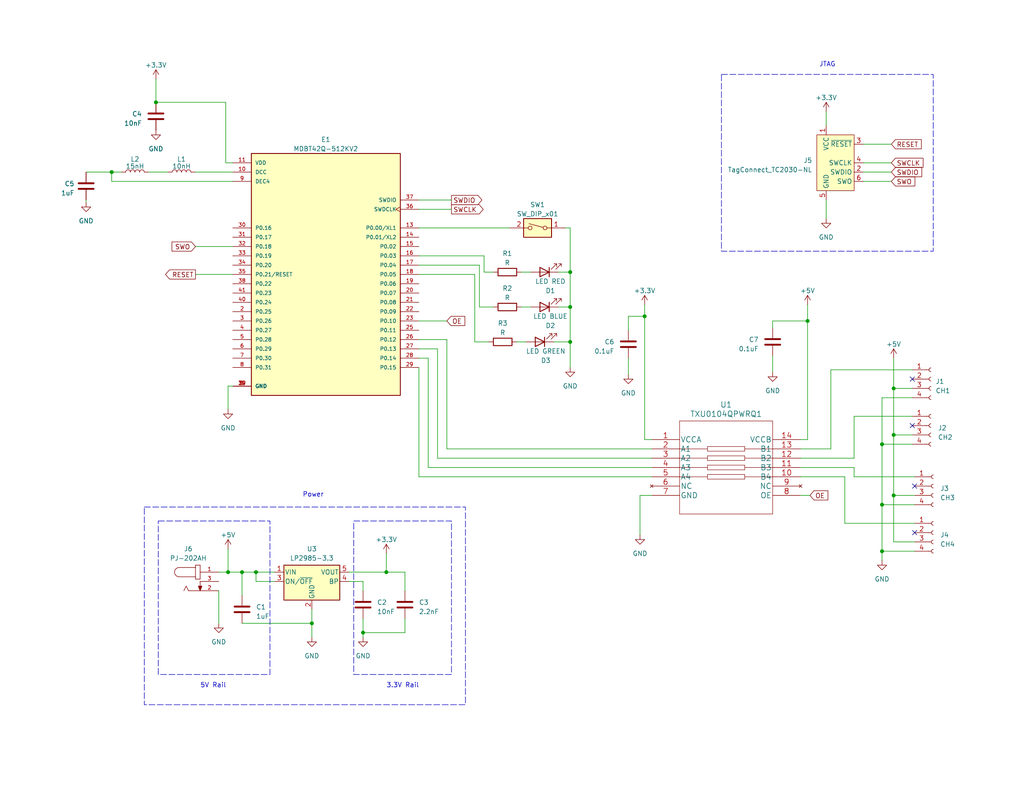
<source format=kicad_sch>
(kicad_sch (version 20230121) (generator eeschema)

  (uuid 4e84f5cc-c715-4dd4-a7db-777074d1e962)

  (paper "USLetter")

  (title_block
    (title "Controleur RGB")
    (date "2023-03-06")
    (comment 1 "Tristan Franc")
  )

  (lib_symbols
    (symbol "Connector:Conn_01x04_Socket" (pin_names (offset 1.016) hide) (in_bom yes) (on_board yes)
      (property "Reference" "J" (at 0 5.08 0)
        (effects (font (size 1.27 1.27)))
      )
      (property "Value" "Conn_01x04_Socket" (at 0 -7.62 0)
        (effects (font (size 1.27 1.27)))
      )
      (property "Footprint" "" (at 0 0 0)
        (effects (font (size 1.27 1.27)) hide)
      )
      (property "Datasheet" "~" (at 0 0 0)
        (effects (font (size 1.27 1.27)) hide)
      )
      (property "ki_locked" "" (at 0 0 0)
        (effects (font (size 1.27 1.27)))
      )
      (property "ki_keywords" "connector" (at 0 0 0)
        (effects (font (size 1.27 1.27)) hide)
      )
      (property "ki_description" "Generic connector, single row, 01x04, script generated" (at 0 0 0)
        (effects (font (size 1.27 1.27)) hide)
      )
      (property "ki_fp_filters" "Connector*:*_1x??_*" (at 0 0 0)
        (effects (font (size 1.27 1.27)) hide)
      )
      (symbol "Conn_01x04_Socket_1_1"
        (arc (start 0 -4.572) (mid -0.5058 -5.08) (end 0 -5.588)
          (stroke (width 0.1524) (type default))
          (fill (type none))
        )
        (arc (start 0 -2.032) (mid -0.5058 -2.54) (end 0 -3.048)
          (stroke (width 0.1524) (type default))
          (fill (type none))
        )
        (polyline
          (pts
            (xy -1.27 -5.08)
            (xy -0.508 -5.08)
          )
          (stroke (width 0.1524) (type default))
          (fill (type none))
        )
        (polyline
          (pts
            (xy -1.27 -2.54)
            (xy -0.508 -2.54)
          )
          (stroke (width 0.1524) (type default))
          (fill (type none))
        )
        (polyline
          (pts
            (xy -1.27 0)
            (xy -0.508 0)
          )
          (stroke (width 0.1524) (type default))
          (fill (type none))
        )
        (polyline
          (pts
            (xy -1.27 2.54)
            (xy -0.508 2.54)
          )
          (stroke (width 0.1524) (type default))
          (fill (type none))
        )
        (arc (start 0 0.508) (mid -0.5058 0) (end 0 -0.508)
          (stroke (width 0.1524) (type default))
          (fill (type none))
        )
        (arc (start 0 3.048) (mid -0.5058 2.54) (end 0 2.032)
          (stroke (width 0.1524) (type default))
          (fill (type none))
        )
        (pin passive line (at -5.08 2.54 0) (length 3.81)
          (name "Pin_1" (effects (font (size 1.27 1.27))))
          (number "1" (effects (font (size 1.27 1.27))))
        )
        (pin passive line (at -5.08 0 0) (length 3.81)
          (name "Pin_2" (effects (font (size 1.27 1.27))))
          (number "2" (effects (font (size 1.27 1.27))))
        )
        (pin passive line (at -5.08 -2.54 0) (length 3.81)
          (name "Pin_3" (effects (font (size 1.27 1.27))))
          (number "3" (effects (font (size 1.27 1.27))))
        )
        (pin passive line (at -5.08 -5.08 0) (length 3.81)
          (name "Pin_4" (effects (font (size 1.27 1.27))))
          (number "4" (effects (font (size 1.27 1.27))))
        )
      )
    )
    (symbol "Connector:Conn_ARM_SWD_TagConnect_TC2030-NL" (in_bom no) (on_board yes)
      (property "Reference" "J" (at 2.54 11.43 0)
        (effects (font (size 1.27 1.27)))
      )
      (property "Value" "Conn_ARM_SWD_TagConnect_TC2030-NL" (at 2.54 8.89 0)
        (effects (font (size 1.27 1.27)))
      )
      (property "Footprint" "Connector:Tag-Connect_TC2030-IDC-NL_2x03_P1.27mm_Vertical" (at 0 -17.78 0)
        (effects (font (size 1.27 1.27)) hide)
      )
      (property "Datasheet" "https://www.tag-connect.com/wp-content/uploads/bsk-pdf-manager/TC2030-CTX_1.pdf" (at 0 -15.24 0)
        (effects (font (size 1.27 1.27)) hide)
      )
      (property "ki_keywords" "Cortex Debug Connector ARM SWD JTAG" (at 0 0 0)
        (effects (font (size 1.27 1.27)) hide)
      )
      (property "ki_description" "Tag-Connect ARM Cortex SWD JTAG connector, 6 pin, no legs" (at 0 0 0)
        (effects (font (size 1.27 1.27)) hide)
      )
      (property "ki_fp_filters" "*TC2030*" (at 0 0 0)
        (effects (font (size 1.27 1.27)) hide)
      )
      (symbol "Conn_ARM_SWD_TagConnect_TC2030-NL_0_0"
        (pin power_in line (at -2.54 10.16 270) (length 2.54)
          (name "VCC" (effects (font (size 1.27 1.27))))
          (number "1" (effects (font (size 1.27 1.27))))
        )
        (pin bidirectional line (at 7.62 -2.54 180) (length 2.54)
          (name "SWDIO" (effects (font (size 1.27 1.27))))
          (number "2" (effects (font (size 1.27 1.27))))
          (alternate "TMS" bidirectional line)
        )
        (pin open_collector line (at 7.62 5.08 180) (length 2.54)
          (name "~{RESET}" (effects (font (size 1.27 1.27))))
          (number "3" (effects (font (size 1.27 1.27))))
        )
        (pin output line (at 7.62 0 180) (length 2.54)
          (name "SWCLK" (effects (font (size 1.27 1.27))))
          (number "4" (effects (font (size 1.27 1.27))))
          (alternate "TCK" output line)
        )
        (pin power_in line (at -2.54 -10.16 90) (length 2.54)
          (name "GND" (effects (font (size 1.27 1.27))))
          (number "5" (effects (font (size 1.27 1.27))))
        )
        (pin input line (at 7.62 -5.08 180) (length 2.54)
          (name "SWO" (effects (font (size 1.27 1.27))))
          (number "6" (effects (font (size 1.27 1.27))))
          (alternate "TDO" input line)
        )
      )
      (symbol "Conn_ARM_SWD_TagConnect_TC2030-NL_0_1"
        (rectangle (start -5.08 7.62) (end 5.08 -7.62)
          (stroke (width 0) (type default))
          (fill (type background))
        )
      )
    )
    (symbol "Device:C" (pin_numbers hide) (pin_names (offset 0.254)) (in_bom yes) (on_board yes)
      (property "Reference" "C" (at 0.635 2.54 0)
        (effects (font (size 1.27 1.27)) (justify left))
      )
      (property "Value" "C" (at 0.635 -2.54 0)
        (effects (font (size 1.27 1.27)) (justify left))
      )
      (property "Footprint" "" (at 0.9652 -3.81 0)
        (effects (font (size 1.27 1.27)) hide)
      )
      (property "Datasheet" "~" (at 0 0 0)
        (effects (font (size 1.27 1.27)) hide)
      )
      (property "ki_keywords" "cap capacitor" (at 0 0 0)
        (effects (font (size 1.27 1.27)) hide)
      )
      (property "ki_description" "Unpolarized capacitor" (at 0 0 0)
        (effects (font (size 1.27 1.27)) hide)
      )
      (property "ki_fp_filters" "C_*" (at 0 0 0)
        (effects (font (size 1.27 1.27)) hide)
      )
      (symbol "C_0_1"
        (polyline
          (pts
            (xy -2.032 -0.762)
            (xy 2.032 -0.762)
          )
          (stroke (width 0.508) (type default))
          (fill (type none))
        )
        (polyline
          (pts
            (xy -2.032 0.762)
            (xy 2.032 0.762)
          )
          (stroke (width 0.508) (type default))
          (fill (type none))
        )
      )
      (symbol "C_1_1"
        (pin passive line (at 0 3.81 270) (length 2.794)
          (name "~" (effects (font (size 1.27 1.27))))
          (number "1" (effects (font (size 1.27 1.27))))
        )
        (pin passive line (at 0 -3.81 90) (length 2.794)
          (name "~" (effects (font (size 1.27 1.27))))
          (number "2" (effects (font (size 1.27 1.27))))
        )
      )
    )
    (symbol "Device:L" (pin_numbers hide) (pin_names (offset 1.016) hide) (in_bom yes) (on_board yes)
      (property "Reference" "L" (at -1.27 0 90)
        (effects (font (size 1.27 1.27)))
      )
      (property "Value" "L" (at 1.905 0 90)
        (effects (font (size 1.27 1.27)))
      )
      (property "Footprint" "" (at 0 0 0)
        (effects (font (size 1.27 1.27)) hide)
      )
      (property "Datasheet" "~" (at 0 0 0)
        (effects (font (size 1.27 1.27)) hide)
      )
      (property "ki_keywords" "inductor choke coil reactor magnetic" (at 0 0 0)
        (effects (font (size 1.27 1.27)) hide)
      )
      (property "ki_description" "Inductor" (at 0 0 0)
        (effects (font (size 1.27 1.27)) hide)
      )
      (property "ki_fp_filters" "Choke_* *Coil* Inductor_* L_*" (at 0 0 0)
        (effects (font (size 1.27 1.27)) hide)
      )
      (symbol "L_0_1"
        (arc (start 0 -2.54) (mid 0.6323 -1.905) (end 0 -1.27)
          (stroke (width 0) (type default))
          (fill (type none))
        )
        (arc (start 0 -1.27) (mid 0.6323 -0.635) (end 0 0)
          (stroke (width 0) (type default))
          (fill (type none))
        )
        (arc (start 0 0) (mid 0.6323 0.635) (end 0 1.27)
          (stroke (width 0) (type default))
          (fill (type none))
        )
        (arc (start 0 1.27) (mid 0.6323 1.905) (end 0 2.54)
          (stroke (width 0) (type default))
          (fill (type none))
        )
      )
      (symbol "L_1_1"
        (pin passive line (at 0 3.81 270) (length 1.27)
          (name "1" (effects (font (size 1.27 1.27))))
          (number "1" (effects (font (size 1.27 1.27))))
        )
        (pin passive line (at 0 -3.81 90) (length 1.27)
          (name "2" (effects (font (size 1.27 1.27))))
          (number "2" (effects (font (size 1.27 1.27))))
        )
      )
    )
    (symbol "Device:LED" (pin_numbers hide) (pin_names (offset 1.016) hide) (in_bom yes) (on_board yes)
      (property "Reference" "D" (at 0 2.54 0)
        (effects (font (size 1.27 1.27)))
      )
      (property "Value" "LED" (at 0 -2.54 0)
        (effects (font (size 1.27 1.27)))
      )
      (property "Footprint" "" (at 0 0 0)
        (effects (font (size 1.27 1.27)) hide)
      )
      (property "Datasheet" "~" (at 0 0 0)
        (effects (font (size 1.27 1.27)) hide)
      )
      (property "ki_keywords" "LED diode" (at 0 0 0)
        (effects (font (size 1.27 1.27)) hide)
      )
      (property "ki_description" "Light emitting diode" (at 0 0 0)
        (effects (font (size 1.27 1.27)) hide)
      )
      (property "ki_fp_filters" "LED* LED_SMD:* LED_THT:*" (at 0 0 0)
        (effects (font (size 1.27 1.27)) hide)
      )
      (symbol "LED_0_1"
        (polyline
          (pts
            (xy -1.27 -1.27)
            (xy -1.27 1.27)
          )
          (stroke (width 0.254) (type default))
          (fill (type none))
        )
        (polyline
          (pts
            (xy -1.27 0)
            (xy 1.27 0)
          )
          (stroke (width 0) (type default))
          (fill (type none))
        )
        (polyline
          (pts
            (xy 1.27 -1.27)
            (xy 1.27 1.27)
            (xy -1.27 0)
            (xy 1.27 -1.27)
          )
          (stroke (width 0.254) (type default))
          (fill (type none))
        )
        (polyline
          (pts
            (xy -3.048 -0.762)
            (xy -4.572 -2.286)
            (xy -3.81 -2.286)
            (xy -4.572 -2.286)
            (xy -4.572 -1.524)
          )
          (stroke (width 0) (type default))
          (fill (type none))
        )
        (polyline
          (pts
            (xy -1.778 -0.762)
            (xy -3.302 -2.286)
            (xy -2.54 -2.286)
            (xy -3.302 -2.286)
            (xy -3.302 -1.524)
          )
          (stroke (width 0) (type default))
          (fill (type none))
        )
      )
      (symbol "LED_1_1"
        (pin passive line (at -3.81 0 0) (length 2.54)
          (name "K" (effects (font (size 1.27 1.27))))
          (number "1" (effects (font (size 1.27 1.27))))
        )
        (pin passive line (at 3.81 0 180) (length 2.54)
          (name "A" (effects (font (size 1.27 1.27))))
          (number "2" (effects (font (size 1.27 1.27))))
        )
      )
    )
    (symbol "Device:R" (pin_numbers hide) (pin_names (offset 0)) (in_bom yes) (on_board yes)
      (property "Reference" "R" (at 2.032 0 90)
        (effects (font (size 1.27 1.27)))
      )
      (property "Value" "R" (at 0 0 90)
        (effects (font (size 1.27 1.27)))
      )
      (property "Footprint" "" (at -1.778 0 90)
        (effects (font (size 1.27 1.27)) hide)
      )
      (property "Datasheet" "~" (at 0 0 0)
        (effects (font (size 1.27 1.27)) hide)
      )
      (property "ki_keywords" "R res resistor" (at 0 0 0)
        (effects (font (size 1.27 1.27)) hide)
      )
      (property "ki_description" "Resistor" (at 0 0 0)
        (effects (font (size 1.27 1.27)) hide)
      )
      (property "ki_fp_filters" "R_*" (at 0 0 0)
        (effects (font (size 1.27 1.27)) hide)
      )
      (symbol "R_0_1"
        (rectangle (start -1.016 -2.54) (end 1.016 2.54)
          (stroke (width 0.254) (type default))
          (fill (type none))
        )
      )
      (symbol "R_1_1"
        (pin passive line (at 0 3.81 270) (length 1.27)
          (name "~" (effects (font (size 1.27 1.27))))
          (number "1" (effects (font (size 1.27 1.27))))
        )
        (pin passive line (at 0 -3.81 90) (length 1.27)
          (name "~" (effects (font (size 1.27 1.27))))
          (number "2" (effects (font (size 1.27 1.27))))
        )
      )
    )
    (symbol "New_Library:MDBT42Q-512KV2" (pin_names (offset 1.016)) (in_bom yes) (on_board yes)
      (property "Reference" "E" (at -20.32 34.29 0)
        (effects (font (size 1.27 1.27)) (justify left bottom))
      )
      (property "Value" "MDBT42Q-512KV2" (at -20.32 -35.56 0)
        (effects (font (size 1.27 1.27)) (justify left bottom))
      )
      (property "Footprint" "RAYTAC_MDBT42Q-512KV2" (at 0 0 0)
        (effects (font (size 1.27 1.27)) (justify bottom) hide)
      )
      (property "Datasheet" "" (at 0 0 0)
        (effects (font (size 1.27 1.27)) hide)
      )
      (property "STANDARD" "Manufacturer Recommendations" (at 0 0 0)
        (effects (font (size 1.27 1.27)) (justify bottom) hide)
      )
      (property "MANUFACTURER" "Raytac" (at 0 0 0)
        (effects (font (size 1.27 1.27)) (justify bottom) hide)
      )
      (property "PARTREV" "J" (at 0 0 0)
        (effects (font (size 1.27 1.27)) (justify bottom) hide)
      )
      (property "MAXIMUM_PACKAGE_HEIGHT" "2.2mm" (at 0 0 0)
        (effects (font (size 1.27 1.27)) (justify bottom) hide)
      )
      (symbol "MDBT42Q-512KV2_0_0"
        (rectangle (start -20.32 -33.02) (end 20.32 33.02)
          (stroke (width 0.254) (type default))
          (fill (type background))
        )
        (pin power_in line (at 25.4 -30.48 180) (length 5.08)
          (name "GND" (effects (font (size 1.016 1.016))))
          (number "1" (effects (font (size 1.016 1.016))))
        )
        (pin power_in line (at 25.4 27.94 180) (length 5.08)
          (name "DCC" (effects (font (size 1.016 1.016))))
          (number "10" (effects (font (size 1.016 1.016))))
        )
        (pin power_in line (at 25.4 30.48 180) (length 5.08)
          (name "VDD" (effects (font (size 1.016 1.016))))
          (number "11" (effects (font (size 1.016 1.016))))
        )
        (pin power_in line (at 25.4 -30.48 180) (length 5.08)
          (name "GND" (effects (font (size 1.016 1.016))))
          (number "12" (effects (font (size 1.016 1.016))))
        )
        (pin bidirectional line (at -25.4 12.7 0) (length 5.08)
          (name "P0.00/XL1" (effects (font (size 1.016 1.016))))
          (number "13" (effects (font (size 1.016 1.016))))
        )
        (pin bidirectional line (at -25.4 10.16 0) (length 5.08)
          (name "P0.01/XL2" (effects (font (size 1.016 1.016))))
          (number "14" (effects (font (size 1.016 1.016))))
        )
        (pin bidirectional line (at -25.4 7.62 0) (length 5.08)
          (name "P0.02" (effects (font (size 1.016 1.016))))
          (number "15" (effects (font (size 1.016 1.016))))
        )
        (pin bidirectional line (at -25.4 5.08 0) (length 5.08)
          (name "P0.03" (effects (font (size 1.016 1.016))))
          (number "16" (effects (font (size 1.016 1.016))))
        )
        (pin bidirectional line (at -25.4 2.54 0) (length 5.08)
          (name "P0.04" (effects (font (size 1.016 1.016))))
          (number "17" (effects (font (size 1.016 1.016))))
        )
        (pin bidirectional line (at -25.4 0 0) (length 5.08)
          (name "P0.05" (effects (font (size 1.016 1.016))))
          (number "18" (effects (font (size 1.016 1.016))))
        )
        (pin bidirectional line (at -25.4 -2.54 0) (length 5.08)
          (name "P0.06" (effects (font (size 1.016 1.016))))
          (number "19" (effects (font (size 1.016 1.016))))
        )
        (pin bidirectional line (at 25.4 -10.16 180) (length 5.08)
          (name "P0.25" (effects (font (size 1.016 1.016))))
          (number "2" (effects (font (size 1.016 1.016))))
        )
        (pin bidirectional line (at -25.4 -5.08 0) (length 5.08)
          (name "P0.07" (effects (font (size 1.016 1.016))))
          (number "20" (effects (font (size 1.016 1.016))))
        )
        (pin bidirectional line (at -25.4 -7.62 0) (length 5.08)
          (name "P0.08" (effects (font (size 1.016 1.016))))
          (number "21" (effects (font (size 1.016 1.016))))
        )
        (pin bidirectional line (at -25.4 -10.16 0) (length 5.08)
          (name "P0.09" (effects (font (size 1.016 1.016))))
          (number "22" (effects (font (size 1.016 1.016))))
        )
        (pin bidirectional line (at -25.4 -12.7 0) (length 5.08)
          (name "P0.10" (effects (font (size 1.016 1.016))))
          (number "23" (effects (font (size 1.016 1.016))))
        )
        (pin power_in line (at 25.4 -30.48 180) (length 5.08)
          (name "GND" (effects (font (size 1.016 1.016))))
          (number "24" (effects (font (size 1.016 1.016))))
        )
        (pin bidirectional line (at -25.4 -15.24 0) (length 5.08)
          (name "P0.11" (effects (font (size 1.016 1.016))))
          (number "25" (effects (font (size 1.016 1.016))))
        )
        (pin bidirectional line (at -25.4 -17.78 0) (length 5.08)
          (name "P0.12" (effects (font (size 1.016 1.016))))
          (number "26" (effects (font (size 1.016 1.016))))
        )
        (pin bidirectional line (at -25.4 -20.32 0) (length 5.08)
          (name "P0.13" (effects (font (size 1.016 1.016))))
          (number "27" (effects (font (size 1.016 1.016))))
        )
        (pin bidirectional line (at -25.4 -22.86 0) (length 5.08)
          (name "P0.14" (effects (font (size 1.016 1.016))))
          (number "28" (effects (font (size 1.016 1.016))))
        )
        (pin bidirectional line (at -25.4 -25.4 0) (length 5.08)
          (name "P0.15" (effects (font (size 1.016 1.016))))
          (number "29" (effects (font (size 1.016 1.016))))
        )
        (pin bidirectional line (at 25.4 -12.7 180) (length 5.08)
          (name "P0.26" (effects (font (size 1.016 1.016))))
          (number "3" (effects (font (size 1.016 1.016))))
        )
        (pin bidirectional line (at 25.4 12.7 180) (length 5.08)
          (name "P0.16" (effects (font (size 1.016 1.016))))
          (number "30" (effects (font (size 1.016 1.016))))
        )
        (pin bidirectional line (at 25.4 10.16 180) (length 5.08)
          (name "P0.17" (effects (font (size 1.016 1.016))))
          (number "31" (effects (font (size 1.016 1.016))))
        )
        (pin bidirectional line (at 25.4 7.62 180) (length 5.08)
          (name "P0.18" (effects (font (size 1.016 1.016))))
          (number "32" (effects (font (size 1.016 1.016))))
        )
        (pin bidirectional line (at 25.4 5.08 180) (length 5.08)
          (name "P0.19" (effects (font (size 1.016 1.016))))
          (number "33" (effects (font (size 1.016 1.016))))
        )
        (pin bidirectional line (at 25.4 2.54 180) (length 5.08)
          (name "P0.20" (effects (font (size 1.016 1.016))))
          (number "34" (effects (font (size 1.016 1.016))))
        )
        (pin bidirectional line (at 25.4 0 180) (length 5.08)
          (name "P0.21/RESET" (effects (font (size 1.016 1.016))))
          (number "35" (effects (font (size 1.016 1.016))))
        )
        (pin input clock (at -25.4 17.78 0) (length 5.08)
          (name "SWDCLK" (effects (font (size 1.016 1.016))))
          (number "36" (effects (font (size 1.016 1.016))))
        )
        (pin bidirectional line (at -25.4 20.32 0) (length 5.08)
          (name "SWDIO" (effects (font (size 1.016 1.016))))
          (number "37" (effects (font (size 1.016 1.016))))
        )
        (pin bidirectional line (at 25.4 -2.54 180) (length 5.08)
          (name "P0.22" (effects (font (size 1.016 1.016))))
          (number "38" (effects (font (size 1.016 1.016))))
        )
        (pin power_in line (at 25.4 -30.48 180) (length 5.08)
          (name "GND" (effects (font (size 1.016 1.016))))
          (number "39" (effects (font (size 1.016 1.016))))
        )
        (pin bidirectional line (at 25.4 -15.24 180) (length 5.08)
          (name "P0.27" (effects (font (size 1.016 1.016))))
          (number "4" (effects (font (size 1.016 1.016))))
        )
        (pin bidirectional line (at 25.4 -7.62 180) (length 5.08)
          (name "P0.24" (effects (font (size 1.016 1.016))))
          (number "40" (effects (font (size 1.016 1.016))))
        )
        (pin bidirectional line (at 25.4 -5.08 180) (length 5.08)
          (name "P0.23" (effects (font (size 1.016 1.016))))
          (number "41" (effects (font (size 1.016 1.016))))
        )
        (pin bidirectional line (at 25.4 -17.78 180) (length 5.08)
          (name "P0.28" (effects (font (size 1.016 1.016))))
          (number "5" (effects (font (size 1.016 1.016))))
        )
        (pin bidirectional line (at 25.4 -20.32 180) (length 5.08)
          (name "P0.29" (effects (font (size 1.016 1.016))))
          (number "6" (effects (font (size 1.016 1.016))))
        )
        (pin bidirectional line (at 25.4 -22.86 180) (length 5.08)
          (name "P0.30" (effects (font (size 1.016 1.016))))
          (number "7" (effects (font (size 1.016 1.016))))
        )
        (pin bidirectional line (at 25.4 -25.4 180) (length 5.08)
          (name "P0.31" (effects (font (size 1.016 1.016))))
          (number "8" (effects (font (size 1.016 1.016))))
        )
        (pin power_in line (at 25.4 25.4 180) (length 5.08)
          (name "DEC4" (effects (font (size 1.016 1.016))))
          (number "9" (effects (font (size 1.016 1.016))))
        )
      )
    )
    (symbol "New_Library:PJ-202AH" (pin_names (offset 1.016)) (in_bom yes) (on_board yes)
      (property "Reference" "J" (at -7.6202 5.0801 0)
        (effects (font (size 1.27 1.27)) (justify left bottom))
      )
      (property "Value" "PJ-202AH" (at -7.6203 -5.0802 0)
        (effects (font (size 1.27 1.27)) (justify left bottom))
      )
      (property "Footprint" "CUI_PJ-202AH" (at 0 0 0)
        (effects (font (size 1.27 1.27)) (justify bottom) hide)
      )
      (property "Datasheet" "" (at 0 0 0)
        (effects (font (size 1.27 1.27)) hide)
      )
      (property "MANUFACTURER" "CUI INC" (at 0 0 0)
        (effects (font (size 1.27 1.27)) (justify bottom) hide)
      )
      (property "STANDARD" "Manufacturer recommendations" (at 0 0 0)
        (effects (font (size 1.27 1.27)) (justify bottom) hide)
      )
      (property "PART_REV" "1.02" (at 0 0 0)
        (effects (font (size 1.27 1.27)) (justify bottom) hide)
      )
      (symbol "PJ-202AH_0_0"
        (arc (start -5.715 3.81) (mid -6.9795 2.54) (end -5.715 1.27)
          (stroke (width 0.1524) (type default))
          (fill (type none))
        )
        (polyline
          (pts
            (xy -5.715 3.81)
            (xy -1.27 3.81)
          )
          (stroke (width 0.1524) (type default))
          (fill (type none))
        )
        (polyline
          (pts
            (xy -3.81 -1.27)
            (xy -4.445 -2.54)
          )
          (stroke (width 0.1524) (type default))
          (fill (type none))
        )
        (polyline
          (pts
            (xy -3.175 -2.54)
            (xy -3.81 -1.27)
          )
          (stroke (width 0.1524) (type default))
          (fill (type none))
        )
        (polyline
          (pts
            (xy -1.27 0.635)
            (xy 0 0.635)
          )
          (stroke (width 0.1524) (type default))
          (fill (type none))
        )
        (polyline
          (pts
            (xy -1.27 1.27)
            (xy -5.715 1.27)
          )
          (stroke (width 0.1524) (type default))
          (fill (type none))
        )
        (polyline
          (pts
            (xy -1.27 1.27)
            (xy -1.27 0.635)
          )
          (stroke (width 0.1524) (type default))
          (fill (type none))
        )
        (polyline
          (pts
            (xy -1.27 3.81)
            (xy -1.27 1.27)
          )
          (stroke (width 0.1524) (type default))
          (fill (type none))
        )
        (polyline
          (pts
            (xy -1.27 4.445)
            (xy -1.27 3.81)
          )
          (stroke (width 0.1524) (type default))
          (fill (type none))
        )
        (polyline
          (pts
            (xy 0 -2.54)
            (xy -3.175 -2.54)
          )
          (stroke (width 0.1524) (type default))
          (fill (type none))
        )
        (polyline
          (pts
            (xy 0 0)
            (xy 0 -2.54)
          )
          (stroke (width 0.1524) (type default))
          (fill (type none))
        )
        (polyline
          (pts
            (xy 0 0.635)
            (xy 0 4.445)
          )
          (stroke (width 0.1524) (type default))
          (fill (type none))
        )
        (polyline
          (pts
            (xy 0 4.445)
            (xy -1.27 4.445)
          )
          (stroke (width 0.1524) (type default))
          (fill (type none))
        )
        (polyline
          (pts
            (xy 0 -2.54)
            (xy -0.508 -1.27)
            (xy 0.508 -1.27)
            (xy 0 -2.54)
          )
          (stroke (width 0.1524) (type default))
          (fill (type outline))
        )
        (pin passive line (at 5.08 2.54 180) (length 5.08)
          (name "~" (effects (font (size 1.016 1.016))))
          (number "1" (effects (font (size 1.016 1.016))))
        )
        (pin passive line (at 5.08 -2.54 180) (length 5.08)
          (name "~" (effects (font (size 1.016 1.016))))
          (number "2" (effects (font (size 1.016 1.016))))
        )
        (pin passive line (at 5.08 0 180) (length 5.08)
          (name "~" (effects (font (size 1.016 1.016))))
          (number "3" (effects (font (size 1.016 1.016))))
        )
      )
    )
    (symbol "Regulator_Linear:LP2985-3.3" (pin_names (offset 0.254)) (in_bom yes) (on_board yes)
      (property "Reference" "U" (at -6.35 5.715 0)
        (effects (font (size 1.27 1.27)))
      )
      (property "Value" "LP2985-3.3" (at 0 5.715 0)
        (effects (font (size 1.27 1.27)) (justify left))
      )
      (property "Footprint" "Package_TO_SOT_SMD:SOT-23-5" (at 0 8.255 0)
        (effects (font (size 1.27 1.27)) hide)
      )
      (property "Datasheet" "http://www.ti.com/lit/ds/symlink/lp2985.pdf" (at 0 0 0)
        (effects (font (size 1.27 1.27)) hide)
      )
      (property "ki_keywords" "LDO regulator linear  SOT-23-5" (at 0 0 0)
        (effects (font (size 1.27 1.27)) hide)
      )
      (property "ki_description" "150mA 16V Low-noise Low-dropout Regulator With Shutdown, 3.3V output voltage, SOT-23-5" (at 0 0 0)
        (effects (font (size 1.27 1.27)) hide)
      )
      (property "ki_fp_filters" "SOT?23*" (at 0 0 0)
        (effects (font (size 1.27 1.27)) hide)
      )
      (symbol "LP2985-3.3_0_1"
        (rectangle (start -7.62 -5.08) (end 7.62 4.445)
          (stroke (width 0.254) (type default))
          (fill (type background))
        )
      )
      (symbol "LP2985-3.3_1_1"
        (pin power_in line (at -10.16 2.54 0) (length 2.54)
          (name "VIN" (effects (font (size 1.27 1.27))))
          (number "1" (effects (font (size 1.27 1.27))))
        )
        (pin power_in line (at 0 -7.62 90) (length 2.54)
          (name "GND" (effects (font (size 1.27 1.27))))
          (number "2" (effects (font (size 1.27 1.27))))
        )
        (pin input line (at -10.16 0 0) (length 2.54)
          (name "ON/~{OFF}" (effects (font (size 1.27 1.27))))
          (number "3" (effects (font (size 1.27 1.27))))
        )
        (pin input line (at 10.16 0 180) (length 2.54)
          (name "BP" (effects (font (size 1.27 1.27))))
          (number "4" (effects (font (size 1.27 1.27))))
        )
        (pin power_out line (at 10.16 2.54 180) (length 2.54)
          (name "VOUT" (effects (font (size 1.27 1.27))))
          (number "5" (effects (font (size 1.27 1.27))))
        )
      )
    )
    (symbol "Switch:SW_DIP_x01" (pin_names (offset 0) hide) (in_bom yes) (on_board yes)
      (property "Reference" "SW" (at 0 3.81 0)
        (effects (font (size 1.27 1.27)))
      )
      (property "Value" "SW_DIP_x01" (at 0 -3.81 0)
        (effects (font (size 1.27 1.27)))
      )
      (property "Footprint" "" (at 0 0 0)
        (effects (font (size 1.27 1.27)) hide)
      )
      (property "Datasheet" "~" (at 0 0 0)
        (effects (font (size 1.27 1.27)) hide)
      )
      (property "ki_keywords" "dip switch" (at 0 0 0)
        (effects (font (size 1.27 1.27)) hide)
      )
      (property "ki_description" "1x DIP Switch, Single Pole Single Throw (SPST) switch, small symbol" (at 0 0 0)
        (effects (font (size 1.27 1.27)) hide)
      )
      (property "ki_fp_filters" "SW?DIP?x1*" (at 0 0 0)
        (effects (font (size 1.27 1.27)) hide)
      )
      (symbol "SW_DIP_x01_0_0"
        (circle (center -2.032 0) (radius 0.508)
          (stroke (width 0) (type default))
          (fill (type none))
        )
        (polyline
          (pts
            (xy -1.524 0.127)
            (xy 2.3622 1.1684)
          )
          (stroke (width 0) (type default))
          (fill (type none))
        )
        (circle (center 2.032 0) (radius 0.508)
          (stroke (width 0) (type default))
          (fill (type none))
        )
      )
      (symbol "SW_DIP_x01_0_1"
        (rectangle (start -3.81 2.54) (end 3.81 -2.54)
          (stroke (width 0.254) (type default))
          (fill (type background))
        )
      )
      (symbol "SW_DIP_x01_1_1"
        (pin passive line (at -7.62 0 0) (length 5.08)
          (name "~" (effects (font (size 1.27 1.27))))
          (number "1" (effects (font (size 1.27 1.27))))
        )
        (pin passive line (at 7.62 0 180) (length 5.08)
          (name "~" (effects (font (size 1.27 1.27))))
          (number "2" (effects (font (size 1.27 1.27))))
        )
      )
    )
    (symbol "TI:TXU0104QPWRQ1" (pin_names (offset 0.254)) (in_bom yes) (on_board yes)
      (property "Reference" "U" (at 20.32 10.16 0)
        (effects (font (size 1.524 1.524)))
      )
      (property "Value" "TXU0104QPWRQ1" (at 20.32 7.62 0)
        (effects (font (size 1.524 1.524)))
      )
      (property "Footprint" "SOIC_QPWRQ1_TEX" (at 20.32 6.096 0)
        (effects (font (size 1.524 1.524)) hide)
      )
      (property "Datasheet" "" (at 0 0 0)
        (effects (font (size 1.524 1.524)))
      )
      (property "ki_locked" "" (at 0 0 0)
        (effects (font (size 1.27 1.27)))
      )
      (property "ki_fp_filters" "SOIC_QPWRQ1_TEX SOIC_QPWRQ1_TEX-M SOIC_QPWRQ1_TEX-L" (at 0 0 0)
        (effects (font (size 1.27 1.27)) hide)
      )
      (symbol "TXU0104QPWRQ1_1_1"
        (polyline
          (pts
            (xy 7.62 -20.32)
            (xy 33.02 -20.32)
          )
          (stroke (width 0.127) (type solid))
          (fill (type none))
        )
        (polyline
          (pts
            (xy 7.62 -10.16)
            (xy 15.24 -10.16)
          )
          (stroke (width 0.127) (type solid))
          (fill (type none))
        )
        (polyline
          (pts
            (xy 7.62 -7.62)
            (xy 15.24 -7.62)
          )
          (stroke (width 0.127) (type solid))
          (fill (type none))
        )
        (polyline
          (pts
            (xy 7.62 -5.08)
            (xy 15.24 -5.08)
          )
          (stroke (width 0.127) (type solid))
          (fill (type none))
        )
        (polyline
          (pts
            (xy 7.62 -2.54)
            (xy 15.24 -2.54)
          )
          (stroke (width 0.127) (type solid))
          (fill (type none))
        )
        (polyline
          (pts
            (xy 7.62 5.08)
            (xy 7.62 -20.32)
          )
          (stroke (width 0.127) (type solid))
          (fill (type none))
        )
        (polyline
          (pts
            (xy 15.24 -10.795)
            (xy 25.4 -10.795)
          )
          (stroke (width 0.127) (type solid))
          (fill (type none))
        )
        (polyline
          (pts
            (xy 15.24 -9.525)
            (xy 15.24 -10.795)
          )
          (stroke (width 0.127) (type solid))
          (fill (type none))
        )
        (polyline
          (pts
            (xy 15.24 -8.255)
            (xy 25.4 -8.255)
          )
          (stroke (width 0.127) (type solid))
          (fill (type none))
        )
        (polyline
          (pts
            (xy 15.24 -6.985)
            (xy 15.24 -8.255)
          )
          (stroke (width 0.127) (type solid))
          (fill (type none))
        )
        (polyline
          (pts
            (xy 15.24 -5.715)
            (xy 25.4 -5.715)
          )
          (stroke (width 0.127) (type solid))
          (fill (type none))
        )
        (polyline
          (pts
            (xy 15.24 -4.445)
            (xy 15.24 -5.715)
          )
          (stroke (width 0.127) (type solid))
          (fill (type none))
        )
        (polyline
          (pts
            (xy 15.24 -3.175)
            (xy 25.4 -3.175)
          )
          (stroke (width 0.127) (type solid))
          (fill (type none))
        )
        (polyline
          (pts
            (xy 15.24 -1.905)
            (xy 15.24 -3.175)
          )
          (stroke (width 0.127) (type solid))
          (fill (type none))
        )
        (polyline
          (pts
            (xy 25.4 -10.795)
            (xy 25.4 -9.525)
          )
          (stroke (width 0.127) (type solid))
          (fill (type none))
        )
        (polyline
          (pts
            (xy 25.4 -9.525)
            (xy 15.24 -9.525)
          )
          (stroke (width 0.127) (type solid))
          (fill (type none))
        )
        (polyline
          (pts
            (xy 25.4 -8.255)
            (xy 25.4 -6.985)
          )
          (stroke (width 0.127) (type solid))
          (fill (type none))
        )
        (polyline
          (pts
            (xy 25.4 -6.985)
            (xy 15.24 -6.985)
          )
          (stroke (width 0.127) (type solid))
          (fill (type none))
        )
        (polyline
          (pts
            (xy 25.4 -5.715)
            (xy 25.4 -4.445)
          )
          (stroke (width 0.127) (type solid))
          (fill (type none))
        )
        (polyline
          (pts
            (xy 25.4 -4.445)
            (xy 15.24 -4.445)
          )
          (stroke (width 0.127) (type solid))
          (fill (type none))
        )
        (polyline
          (pts
            (xy 25.4 -3.175)
            (xy 25.4 -1.905)
          )
          (stroke (width 0.127) (type solid))
          (fill (type none))
        )
        (polyline
          (pts
            (xy 25.4 -1.905)
            (xy 15.24 -1.905)
          )
          (stroke (width 0.127) (type solid))
          (fill (type none))
        )
        (polyline
          (pts
            (xy 33.02 -20.32)
            (xy 33.02 5.08)
          )
          (stroke (width 0.127) (type solid))
          (fill (type none))
        )
        (polyline
          (pts
            (xy 33.02 -10.16)
            (xy 25.4 -10.16)
          )
          (stroke (width 0.127) (type solid))
          (fill (type none))
        )
        (polyline
          (pts
            (xy 33.02 -7.62)
            (xy 25.4 -7.62)
          )
          (stroke (width 0.127) (type solid))
          (fill (type none))
        )
        (polyline
          (pts
            (xy 33.02 -5.08)
            (xy 25.4 -5.08)
          )
          (stroke (width 0.127) (type solid))
          (fill (type none))
        )
        (polyline
          (pts
            (xy 33.02 -2.54)
            (xy 25.4 -2.54)
          )
          (stroke (width 0.127) (type solid))
          (fill (type none))
        )
        (polyline
          (pts
            (xy 33.02 5.08)
            (xy 7.62 5.08)
          )
          (stroke (width 0.127) (type solid))
          (fill (type none))
        )
        (pin power_in line (at 0 0 0) (length 7.62)
          (name "VCCA" (effects (font (size 1.4986 1.4986))))
          (number "1" (effects (font (size 1.4986 1.4986))))
        )
        (pin bidirectional line (at 40.64 -10.16 180) (length 7.62)
          (name "B4" (effects (font (size 1.4986 1.4986))))
          (number "10" (effects (font (size 1.4986 1.4986))))
        )
        (pin bidirectional line (at 40.64 -7.62 180) (length 7.62)
          (name "B3" (effects (font (size 1.4986 1.4986))))
          (number "11" (effects (font (size 1.4986 1.4986))))
        )
        (pin bidirectional line (at 40.64 -5.08 180) (length 7.62)
          (name "B2" (effects (font (size 1.4986 1.4986))))
          (number "12" (effects (font (size 1.4986 1.4986))))
        )
        (pin bidirectional line (at 40.64 -2.54 180) (length 7.62)
          (name "B1" (effects (font (size 1.4986 1.4986))))
          (number "13" (effects (font (size 1.4986 1.4986))))
        )
        (pin power_in line (at 40.64 0 180) (length 7.62)
          (name "VCCB" (effects (font (size 1.4986 1.4986))))
          (number "14" (effects (font (size 1.4986 1.4986))))
        )
        (pin bidirectional line (at 0 -2.54 0) (length 7.62)
          (name "A1" (effects (font (size 1.4986 1.4986))))
          (number "2" (effects (font (size 1.4986 1.4986))))
        )
        (pin bidirectional line (at 0 -5.08 0) (length 7.62)
          (name "A2" (effects (font (size 1.4986 1.4986))))
          (number "3" (effects (font (size 1.4986 1.4986))))
        )
        (pin bidirectional line (at 0 -7.62 0) (length 7.62)
          (name "A3" (effects (font (size 1.4986 1.4986))))
          (number "4" (effects (font (size 1.4986 1.4986))))
        )
        (pin bidirectional line (at 0 -10.16 0) (length 7.62)
          (name "A4" (effects (font (size 1.4986 1.4986))))
          (number "5" (effects (font (size 1.4986 1.4986))))
        )
        (pin no_connect line (at 0 -12.7 0) (length 7.62)
          (name "NC" (effects (font (size 1.4986 1.4986))))
          (number "6" (effects (font (size 1.4986 1.4986))))
        )
        (pin power_in line (at 0 -15.24 0) (length 7.62)
          (name "GND" (effects (font (size 1.4986 1.4986))))
          (number "7" (effects (font (size 1.4986 1.4986))))
        )
        (pin unspecified line (at 40.64 -15.24 180) (length 7.62)
          (name "OE" (effects (font (size 1.4986 1.4986))))
          (number "8" (effects (font (size 1.4986 1.4986))))
        )
        (pin no_connect line (at 40.64 -12.7 180) (length 7.62)
          (name "NC" (effects (font (size 1.4986 1.4986))))
          (number "9" (effects (font (size 1.4986 1.4986))))
        )
      )
    )
    (symbol "power:+3.3V" (power) (pin_names (offset 0)) (in_bom yes) (on_board yes)
      (property "Reference" "#PWR" (at 0 -3.81 0)
        (effects (font (size 1.27 1.27)) hide)
      )
      (property "Value" "+3.3V" (at 0 3.556 0)
        (effects (font (size 1.27 1.27)))
      )
      (property "Footprint" "" (at 0 0 0)
        (effects (font (size 1.27 1.27)) hide)
      )
      (property "Datasheet" "" (at 0 0 0)
        (effects (font (size 1.27 1.27)) hide)
      )
      (property "ki_keywords" "global power" (at 0 0 0)
        (effects (font (size 1.27 1.27)) hide)
      )
      (property "ki_description" "Power symbol creates a global label with name \"+3.3V\"" (at 0 0 0)
        (effects (font (size 1.27 1.27)) hide)
      )
      (symbol "+3.3V_0_1"
        (polyline
          (pts
            (xy -0.762 1.27)
            (xy 0 2.54)
          )
          (stroke (width 0) (type default))
          (fill (type none))
        )
        (polyline
          (pts
            (xy 0 0)
            (xy 0 2.54)
          )
          (stroke (width 0) (type default))
          (fill (type none))
        )
        (polyline
          (pts
            (xy 0 2.54)
            (xy 0.762 1.27)
          )
          (stroke (width 0) (type default))
          (fill (type none))
        )
      )
      (symbol "+3.3V_1_1"
        (pin power_in line (at 0 0 90) (length 0) hide
          (name "+3.3V" (effects (font (size 1.27 1.27))))
          (number "1" (effects (font (size 1.27 1.27))))
        )
      )
    )
    (symbol "power:+5V" (power) (pin_names (offset 0)) (in_bom yes) (on_board yes)
      (property "Reference" "#PWR" (at 0 -3.81 0)
        (effects (font (size 1.27 1.27)) hide)
      )
      (property "Value" "+5V" (at 0 3.556 0)
        (effects (font (size 1.27 1.27)))
      )
      (property "Footprint" "" (at 0 0 0)
        (effects (font (size 1.27 1.27)) hide)
      )
      (property "Datasheet" "" (at 0 0 0)
        (effects (font (size 1.27 1.27)) hide)
      )
      (property "ki_keywords" "global power" (at 0 0 0)
        (effects (font (size 1.27 1.27)) hide)
      )
      (property "ki_description" "Power symbol creates a global label with name \"+5V\"" (at 0 0 0)
        (effects (font (size 1.27 1.27)) hide)
      )
      (symbol "+5V_0_1"
        (polyline
          (pts
            (xy -0.762 1.27)
            (xy 0 2.54)
          )
          (stroke (width 0) (type default))
          (fill (type none))
        )
        (polyline
          (pts
            (xy 0 0)
            (xy 0 2.54)
          )
          (stroke (width 0) (type default))
          (fill (type none))
        )
        (polyline
          (pts
            (xy 0 2.54)
            (xy 0.762 1.27)
          )
          (stroke (width 0) (type default))
          (fill (type none))
        )
      )
      (symbol "+5V_1_1"
        (pin power_in line (at 0 0 90) (length 0) hide
          (name "+5V" (effects (font (size 1.27 1.27))))
          (number "1" (effects (font (size 1.27 1.27))))
        )
      )
    )
    (symbol "power:GND" (power) (pin_names (offset 0)) (in_bom yes) (on_board yes)
      (property "Reference" "#PWR" (at 0 -6.35 0)
        (effects (font (size 1.27 1.27)) hide)
      )
      (property "Value" "GND" (at 0 -3.81 0)
        (effects (font (size 1.27 1.27)))
      )
      (property "Footprint" "" (at 0 0 0)
        (effects (font (size 1.27 1.27)) hide)
      )
      (property "Datasheet" "" (at 0 0 0)
        (effects (font (size 1.27 1.27)) hide)
      )
      (property "ki_keywords" "global power" (at 0 0 0)
        (effects (font (size 1.27 1.27)) hide)
      )
      (property "ki_description" "Power symbol creates a global label with name \"GND\" , ground" (at 0 0 0)
        (effects (font (size 1.27 1.27)) hide)
      )
      (symbol "GND_0_1"
        (polyline
          (pts
            (xy 0 0)
            (xy 0 -1.27)
            (xy 1.27 -1.27)
            (xy 0 -2.54)
            (xy -1.27 -1.27)
            (xy 0 -1.27)
          )
          (stroke (width 0) (type default))
          (fill (type none))
        )
      )
      (symbol "GND_1_1"
        (pin power_in line (at 0 0 270) (length 0) hide
          (name "GND" (effects (font (size 1.27 1.27))))
          (number "1" (effects (font (size 1.27 1.27))))
        )
      )
    )
  )

  (junction (at 105.41 156.21) (diameter 0) (color 0 0 0 0)
    (uuid 037eb397-444f-4f93-9b16-bd6ceee62129)
  )
  (junction (at 220.345 87.63) (diameter 0) (color 0 0 0 0)
    (uuid 06383613-39cf-4cb4-8633-2cdd2a9793d7)
  )
  (junction (at 99.06 172.72) (diameter 0) (color 0 0 0 0)
    (uuid 081a4371-fa96-4479-9bb8-e12926cd606d)
  )
  (junction (at 155.575 93.345) (diameter 0) (color 0 0 0 0)
    (uuid 158584c7-62f6-4ed4-83c2-e5bac0388d55)
  )
  (junction (at 175.895 86.36) (diameter 0) (color 0 0 0 0)
    (uuid 35c10560-ff5a-4caf-86b0-6027ed9ae82d)
  )
  (junction (at 240.665 137.795) (diameter 0) (color 0 0 0 0)
    (uuid 385b942d-cb91-4bbe-884b-f9d65036ee3e)
  )
  (junction (at 69.85 156.21) (diameter 0) (color 0 0 0 0)
    (uuid 48eef564-2ef2-4f19-90a0-f2d55be5d4d0)
  )
  (junction (at 155.575 74.295) (diameter 0) (color 0 0 0 0)
    (uuid 4b0e2025-abfb-4642-b590-a9bc94672851)
  )
  (junction (at 42.545 27.94) (diameter 0) (color 0 0 0 0)
    (uuid 4f95f026-1619-495e-a347-8e5d83c7e822)
  )
  (junction (at 85.09 170.18) (diameter 0) (color 0 0 0 0)
    (uuid 66fc5437-3639-4ad5-80c8-913bd40dcf34)
  )
  (junction (at 243.84 135.255) (diameter 0) (color 0 0 0 0)
    (uuid 72fa699f-d59e-41e5-8714-1adeff758e92)
  )
  (junction (at 243.84 118.745) (diameter 0) (color 0 0 0 0)
    (uuid 7f8fcf24-c0c7-4659-a25d-aedb470a7153)
  )
  (junction (at 66.04 156.21) (diameter 0) (color 0 0 0 0)
    (uuid 81b6cb0d-d38f-46b5-860f-6a9962d449b1)
  )
  (junction (at 240.665 150.495) (diameter 0) (color 0 0 0 0)
    (uuid 9c4bcf8f-193b-40f7-8a89-484cc8f9609c)
  )
  (junction (at 62.23 156.21) (diameter 0) (color 0 0 0 0)
    (uuid 9e7059b9-6dc8-48db-afff-2113cb3d60ee)
  )
  (junction (at 240.665 121.285) (diameter 0) (color 0 0 0 0)
    (uuid a0225472-6a34-4bbc-93df-b46ab0eb9740)
  )
  (junction (at 243.84 106.045) (diameter 0) (color 0 0 0 0)
    (uuid a9d6e710-d57f-4c8a-bd18-dceeb53d3711)
  )
  (junction (at 30.48 46.99) (diameter 0) (color 0 0 0 0)
    (uuid bf48cf72-f9b2-4bb1-9bbd-e84eafc0c76b)
  )
  (junction (at 155.575 83.82) (diameter 0) (color 0 0 0 0)
    (uuid e0aa6b3b-3e1c-4e33-ba74-86d40c90b81e)
  )

  (no_connect (at 249.555 145.415) (uuid 2cc517dd-a960-4bfc-a847-79735f74f9ee))
  (no_connect (at 249.555 132.715) (uuid 7ba7986a-bb1b-4722-b987-20f0949896c6))
  (no_connect (at 248.92 116.205) (uuid 8bd5adbd-da8a-4840-abcd-3d9d9020e9a4))
  (no_connect (at 248.92 103.505) (uuid dd6bfc9f-9c49-4e74-9cd2-acd83071e3e0))

  (wire (pts (xy 142.24 74.295) (xy 144.78 74.295))
    (stroke (width 0) (type default))
    (uuid 02262dca-bf5d-40ac-8579-e10302dee59b)
  )
  (wire (pts (xy 249.555 150.495) (xy 240.665 150.495))
    (stroke (width 0) (type default))
    (uuid 04f224cb-3789-4c73-968d-a44884dad77b)
  )
  (wire (pts (xy 249.555 147.955) (xy 243.84 147.955))
    (stroke (width 0) (type default))
    (uuid 05e02460-d216-4641-8e26-2e02e5cd2dd2)
  )
  (wire (pts (xy 240.665 137.795) (xy 240.665 150.495))
    (stroke (width 0) (type default))
    (uuid 063a2792-b455-40ae-8cbc-d23d00538591)
  )
  (wire (pts (xy 63.5 46.99) (xy 53.34 46.99))
    (stroke (width 0) (type default))
    (uuid 070d936c-8b6a-4043-894e-cd2d2fabc73e)
  )
  (wire (pts (xy 110.49 168.91) (xy 110.49 172.72))
    (stroke (width 0) (type default))
    (uuid 078da50a-b72b-46ef-9977-e3f1287505a0)
  )
  (wire (pts (xy 240.665 108.585) (xy 240.665 121.285))
    (stroke (width 0) (type default))
    (uuid 0ca442d8-1574-450e-b882-93026adf6588)
  )
  (wire (pts (xy 69.85 156.21) (xy 74.93 156.21))
    (stroke (width 0) (type default))
    (uuid 12120dea-e3c2-4a0f-b0eb-9f1d1441b0d3)
  )
  (wire (pts (xy 116.84 127.635) (xy 177.8 127.635))
    (stroke (width 0) (type default))
    (uuid 12fdba11-56b4-42bd-847d-fa80b75ceca0)
  )
  (wire (pts (xy 66.04 156.21) (xy 69.85 156.21))
    (stroke (width 0) (type default))
    (uuid 16d8bbfe-e21c-4af7-8410-362de5c9bfe7)
  )
  (wire (pts (xy 62.23 156.21) (xy 66.04 156.21))
    (stroke (width 0) (type default))
    (uuid 1b1124c1-f8b8-4cce-b9c9-6c5e7af98134)
  )
  (wire (pts (xy 95.25 156.21) (xy 105.41 156.21))
    (stroke (width 0) (type default))
    (uuid 1c96be37-c377-4aac-9aa1-fd2ca19ac2a7)
  )
  (wire (pts (xy 152.4 83.82) (xy 155.575 83.82))
    (stroke (width 0) (type default))
    (uuid 1d51c644-7871-4560-aa9c-9bb01fd026de)
  )
  (wire (pts (xy 61.595 27.94) (xy 61.595 44.45))
    (stroke (width 0) (type default))
    (uuid 24732731-c3d4-440a-aff3-a12e8022bf1b)
  )
  (wire (pts (xy 248.92 106.045) (xy 243.84 106.045))
    (stroke (width 0) (type default))
    (uuid 25119b31-3b0b-45e6-b6e3-7acaace5ac89)
  )
  (wire (pts (xy 85.09 166.37) (xy 85.09 170.18))
    (stroke (width 0) (type default))
    (uuid 25b1c5b9-4a68-4928-8753-50cb2f75aaa6)
  )
  (wire (pts (xy 119.38 95.25) (xy 119.38 125.095))
    (stroke (width 0) (type default))
    (uuid 2b57fdbb-739e-475a-b88e-fe46a986859c)
  )
  (wire (pts (xy 155.575 93.345) (xy 155.575 100.33))
    (stroke (width 0) (type default))
    (uuid 2bb36708-ab18-40f7-b49d-1e74705b5e26)
  )
  (wire (pts (xy 243.84 147.955) (xy 243.84 135.255))
    (stroke (width 0) (type default))
    (uuid 2e4a10c7-dcd9-45f0-a664-e6cdf836225b)
  )
  (wire (pts (xy 175.895 120.015) (xy 177.8 120.015))
    (stroke (width 0) (type default))
    (uuid 2f610fba-aa72-44dc-99e0-614d5ceb5cf6)
  )
  (wire (pts (xy 132.08 74.295) (xy 132.08 69.85))
    (stroke (width 0) (type default))
    (uuid 31dca4e8-cbf5-4ab4-aa84-354c8c37bd15)
  )
  (wire (pts (xy 59.69 156.21) (xy 62.23 156.21))
    (stroke (width 0) (type default))
    (uuid 33e7cf44-5b62-41e0-ab21-f13edbc000b7)
  )
  (wire (pts (xy 129.54 93.345) (xy 133.35 93.345))
    (stroke (width 0) (type default))
    (uuid 343f1b4b-5940-4dc5-a0d8-284ac398966a)
  )
  (wire (pts (xy 230.505 130.175) (xy 218.44 130.175))
    (stroke (width 0) (type default))
    (uuid 3906d2a6-e041-4d29-80f2-e65106415a40)
  )
  (wire (pts (xy 63.5 105.41) (xy 62.23 105.41))
    (stroke (width 0) (type default))
    (uuid 3aff2e0c-7cc3-4591-af11-1b1de663937b)
  )
  (wire (pts (xy 248.92 118.745) (xy 243.84 118.745))
    (stroke (width 0) (type default))
    (uuid 3d6cb2d2-9cc4-4f13-91d3-b5adea379d1b)
  )
  (wire (pts (xy 220.345 120.015) (xy 218.44 120.015))
    (stroke (width 0) (type default))
    (uuid 3e323c4d-1508-46b2-9877-6fa9d829d832)
  )
  (wire (pts (xy 23.495 54.61) (xy 23.495 55.245))
    (stroke (width 0) (type default))
    (uuid 3e4359fb-ae66-4e19-a463-c3be74a3714e)
  )
  (wire (pts (xy 123.19 57.15) (xy 114.3 57.15))
    (stroke (width 0) (type default))
    (uuid 3eb4272b-618c-412c-bee8-183abc44665f)
  )
  (wire (pts (xy 210.82 87.63) (xy 220.345 87.63))
    (stroke (width 0) (type default))
    (uuid 49ee6fe6-91dc-4ecd-8c0e-0de75d23a1a3)
  )
  (wire (pts (xy 129.54 74.93) (xy 129.54 93.345))
    (stroke (width 0) (type default))
    (uuid 4ae30c77-37da-4142-9845-ba06c645802f)
  )
  (wire (pts (xy 233.045 113.665) (xy 233.045 125.095))
    (stroke (width 0) (type default))
    (uuid 4b956cc8-cc20-449f-9cc0-ebafcbe7c724)
  )
  (wire (pts (xy 240.665 121.285) (xy 240.665 137.795))
    (stroke (width 0) (type default))
    (uuid 4d165bc7-5fac-474e-b768-24913b6683b7)
  )
  (wire (pts (xy 151.13 93.345) (xy 155.575 93.345))
    (stroke (width 0) (type default))
    (uuid 4e33a351-eb19-4456-908c-ab19d1b7d598)
  )
  (wire (pts (xy 171.45 90.17) (xy 171.45 86.36))
    (stroke (width 0) (type default))
    (uuid 5012d6a7-b449-4f60-9594-e23473aa5f20)
  )
  (wire (pts (xy 155.575 83.82) (xy 155.575 93.345))
    (stroke (width 0) (type default))
    (uuid 50c6d395-99f9-4ce0-8ebe-716a0a3794ce)
  )
  (wire (pts (xy 220.98 135.255) (xy 218.44 135.255))
    (stroke (width 0) (type default))
    (uuid 51db1c51-ce57-42ee-a3a7-f04b0c5a801f)
  )
  (wire (pts (xy 121.92 92.71) (xy 121.92 122.555))
    (stroke (width 0) (type default))
    (uuid 544e66af-4c85-4fa3-9c4b-329c5067c4bc)
  )
  (wire (pts (xy 235.585 49.53) (xy 243.205 49.53))
    (stroke (width 0) (type default))
    (uuid 561f94c1-83cc-440b-8a62-e798fbed382f)
  )
  (wire (pts (xy 243.84 135.255) (xy 243.84 118.745))
    (stroke (width 0) (type default))
    (uuid 569c4a0d-43ac-439b-98ea-9d8ceaa68dfc)
  )
  (wire (pts (xy 175.895 83.185) (xy 175.895 86.36))
    (stroke (width 0) (type default))
    (uuid 572c2e60-fd76-4cd6-8cd7-31b5e8c6924e)
  )
  (wire (pts (xy 155.575 62.23) (xy 155.575 74.295))
    (stroke (width 0) (type default))
    (uuid 5753bfc1-1802-4a29-aeb2-2da3e8a9ad40)
  )
  (wire (pts (xy 249.555 130.175) (xy 233.045 130.175))
    (stroke (width 0) (type default))
    (uuid 5776fc43-97bc-4a1c-84ab-dd57833f08f8)
  )
  (wire (pts (xy 240.665 150.495) (xy 240.665 153.035))
    (stroke (width 0) (type default))
    (uuid 5cc6fc48-cd50-4bb7-b08d-301a5dff49ed)
  )
  (wire (pts (xy 110.49 156.21) (xy 110.49 161.29))
    (stroke (width 0) (type default))
    (uuid 6429ea52-47d6-47b0-81fa-05a4b47c29d5)
  )
  (wire (pts (xy 152.4 74.295) (xy 155.575 74.295))
    (stroke (width 0) (type default))
    (uuid 651b8dad-0039-4812-ae62-66dc4bc90453)
  )
  (wire (pts (xy 130.81 72.39) (xy 114.3 72.39))
    (stroke (width 0) (type default))
    (uuid 67752a3b-3000-4560-8f37-93402f26d88d)
  )
  (wire (pts (xy 114.3 100.33) (xy 114.3 130.175))
    (stroke (width 0) (type default))
    (uuid 6783c0c0-b7ac-4231-b86f-2396b241ba9d)
  )
  (wire (pts (xy 233.045 125.095) (xy 218.44 125.095))
    (stroke (width 0) (type default))
    (uuid 6c98eccc-659b-490d-920a-6e4b13f525ca)
  )
  (wire (pts (xy 61.595 27.94) (xy 42.545 27.94))
    (stroke (width 0) (type default))
    (uuid 742181ff-59b2-418a-8d07-de51ed0caaf6)
  )
  (wire (pts (xy 66.04 156.21) (xy 66.04 162.56))
    (stroke (width 0) (type default))
    (uuid 7490c362-dfa3-43c2-b811-27f5eac843a2)
  )
  (wire (pts (xy 248.92 121.285) (xy 240.665 121.285))
    (stroke (width 0) (type default))
    (uuid 779c8b79-e2d4-4637-9e51-701b45fea7ba)
  )
  (wire (pts (xy 116.84 97.79) (xy 114.3 97.79))
    (stroke (width 0) (type default))
    (uuid 77e74082-4c18-4bb3-89af-89c053e01290)
  )
  (wire (pts (xy 95.25 158.75) (xy 99.06 158.75))
    (stroke (width 0) (type default))
    (uuid 788d45b4-b29b-4cb3-a9c3-d62601643bcd)
  )
  (wire (pts (xy 63.5 49.53) (xy 30.48 49.53))
    (stroke (width 0) (type default))
    (uuid 79834d02-a351-4ee0-90c9-6a428d6c5a07)
  )
  (wire (pts (xy 243.84 106.045) (xy 243.84 97.79))
    (stroke (width 0) (type default))
    (uuid 798a8fa0-04de-4b28-bcac-5789082efc8e)
  )
  (wire (pts (xy 123.19 54.61) (xy 114.3 54.61))
    (stroke (width 0) (type default))
    (uuid 7e93304a-e1d7-4710-b4be-4954396f9243)
  )
  (wire (pts (xy 233.045 113.665) (xy 248.92 113.665))
    (stroke (width 0) (type default))
    (uuid 8110819f-1edd-427a-aabd-26b6927766ed)
  )
  (wire (pts (xy 85.09 170.18) (xy 85.09 173.99))
    (stroke (width 0) (type default))
    (uuid 81bd9778-c2a6-4c9d-aff3-5d997338ee73)
  )
  (wire (pts (xy 220.345 83.185) (xy 220.345 87.63))
    (stroke (width 0) (type default))
    (uuid 82ff79fb-9246-457d-9663-7eaf3934d22f)
  )
  (wire (pts (xy 155.575 62.23) (xy 154.305 62.23))
    (stroke (width 0) (type default))
    (uuid 83e5452b-83ab-4aa1-9342-fc1bc8676224)
  )
  (wire (pts (xy 248.92 108.585) (xy 240.665 108.585))
    (stroke (width 0) (type default))
    (uuid 85484a3e-45e5-437f-9711-254243b6ad9a)
  )
  (wire (pts (xy 62.23 105.41) (xy 62.23 111.76))
    (stroke (width 0) (type default))
    (uuid 8932114b-8ba8-4ae9-bbe5-69c88e02a3e6)
  )
  (wire (pts (xy 66.04 170.18) (xy 85.09 170.18))
    (stroke (width 0) (type default))
    (uuid 89392296-4616-4c54-aab3-d7df31abf170)
  )
  (wire (pts (xy 45.72 46.99) (xy 40.64 46.99))
    (stroke (width 0) (type default))
    (uuid 8c22521d-399d-4169-b8fb-eea299060252)
  )
  (wire (pts (xy 63.5 67.31) (xy 53.34 67.31))
    (stroke (width 0) (type default))
    (uuid 8cbbff20-01af-4c1d-974a-a96d937e6b68)
  )
  (wire (pts (xy 130.81 83.82) (xy 134.62 83.82))
    (stroke (width 0) (type default))
    (uuid 91827f22-909f-4d17-b842-c0f16b03b740)
  )
  (wire (pts (xy 63.5 74.93) (xy 53.34 74.93))
    (stroke (width 0) (type default))
    (uuid 91e6aee7-a62c-4585-bf76-f06a911c9ecd)
  )
  (wire (pts (xy 74.93 158.75) (xy 69.85 158.75))
    (stroke (width 0) (type default))
    (uuid 92d83e11-cf06-4b31-b3a1-496aea811134)
  )
  (wire (pts (xy 174.625 135.255) (xy 174.625 146.05))
    (stroke (width 0) (type default))
    (uuid 977aa486-b500-45c1-af80-cb46c66d6620)
  )
  (wire (pts (xy 99.06 168.91) (xy 99.06 172.72))
    (stroke (width 0) (type default))
    (uuid 9a318b5a-99e5-4219-8247-977fbde11281)
  )
  (wire (pts (xy 174.625 135.255) (xy 177.8 135.255))
    (stroke (width 0) (type default))
    (uuid 9c11d1d7-b6e5-4fff-b466-73578ad16c35)
  )
  (wire (pts (xy 249.555 135.255) (xy 243.84 135.255))
    (stroke (width 0) (type default))
    (uuid 9ccb7cdb-6a6e-426c-aef9-1010560ff0fb)
  )
  (wire (pts (xy 171.45 102.235) (xy 171.45 97.79))
    (stroke (width 0) (type default))
    (uuid 9e683c05-f37a-4e87-8dcf-b5f1e4f37c01)
  )
  (wire (pts (xy 62.23 149.86) (xy 62.23 156.21))
    (stroke (width 0) (type default))
    (uuid a3eb9c58-3cc3-405d-b869-fec561586cec)
  )
  (wire (pts (xy 114.3 62.23) (xy 139.065 62.23))
    (stroke (width 0) (type default))
    (uuid aad3e0f0-8158-4407-9a5b-603a1baf9370)
  )
  (wire (pts (xy 243.84 118.745) (xy 243.84 106.045))
    (stroke (width 0) (type default))
    (uuid afa5b575-e5f7-44e0-829f-a078a5b977c0)
  )
  (wire (pts (xy 59.69 161.29) (xy 59.69 170.18))
    (stroke (width 0) (type default))
    (uuid b071b582-a51d-4df5-8f3e-71e5fded94f7)
  )
  (wire (pts (xy 249.555 137.795) (xy 240.665 137.795))
    (stroke (width 0) (type default))
    (uuid b1696e9a-7387-4d78-9ffb-6762b3d1b5e9)
  )
  (wire (pts (xy 235.585 39.37) (xy 243.205 39.37))
    (stroke (width 0) (type default))
    (uuid b22aca62-e498-4801-8e5f-c43d0f525998)
  )
  (wire (pts (xy 175.895 86.36) (xy 175.895 120.015))
    (stroke (width 0) (type default))
    (uuid b458ba97-c97d-4455-b5ac-9996f4247018)
  )
  (wire (pts (xy 121.92 92.71) (xy 114.3 92.71))
    (stroke (width 0) (type default))
    (uuid b57d82cf-aa15-42f2-aa37-77c30ca15b20)
  )
  (wire (pts (xy 235.585 44.45) (xy 243.205 44.45))
    (stroke (width 0) (type default))
    (uuid bd22b6f2-2ede-422a-aafe-de12d88e019a)
  )
  (wire (pts (xy 69.85 158.75) (xy 69.85 156.21))
    (stroke (width 0) (type default))
    (uuid bdb0744b-a2ac-4c33-acd8-145b7c9420f1)
  )
  (wire (pts (xy 130.81 72.39) (xy 130.81 83.82))
    (stroke (width 0) (type default))
    (uuid bea3cd31-5358-4eb8-9bf0-95eec9a57d57)
  )
  (wire (pts (xy 235.585 46.99) (xy 243.205 46.99))
    (stroke (width 0) (type default))
    (uuid bebf013c-23d6-41c0-90f4-13c8ef241d2c)
  )
  (wire (pts (xy 114.3 95.25) (xy 119.38 95.25))
    (stroke (width 0) (type default))
    (uuid bf7f0308-ac93-4bec-b83f-3204d3504460)
  )
  (wire (pts (xy 230.505 142.875) (xy 230.505 130.175))
    (stroke (width 0) (type default))
    (uuid bf987a48-3848-46c6-b81f-45d36d88c1c4)
  )
  (wire (pts (xy 220.345 87.63) (xy 220.345 120.015))
    (stroke (width 0) (type default))
    (uuid c08bdc1e-cbae-4bc4-8633-71ce8b915895)
  )
  (wire (pts (xy 129.54 74.93) (xy 114.3 74.93))
    (stroke (width 0) (type default))
    (uuid c1ef1ff3-c054-45ba-bc99-eed120d56361)
  )
  (wire (pts (xy 114.3 130.175) (xy 177.8 130.175))
    (stroke (width 0) (type default))
    (uuid c236680f-3d1c-426d-97db-09ee521508c8)
  )
  (wire (pts (xy 30.48 46.99) (xy 23.495 46.99))
    (stroke (width 0) (type default))
    (uuid c5f99b78-c434-4a85-8378-92af19a26252)
  )
  (wire (pts (xy 210.82 97.155) (xy 210.82 101.6))
    (stroke (width 0) (type default))
    (uuid c6fdf1ec-9e20-4b40-95ee-6b87bea0d029)
  )
  (wire (pts (xy 226.695 100.965) (xy 226.695 122.555))
    (stroke (width 0) (type default))
    (uuid cb5617e9-b902-467f-8300-8ba1c3725b46)
  )
  (wire (pts (xy 155.575 74.295) (xy 155.575 83.82))
    (stroke (width 0) (type default))
    (uuid d3b6754c-0ee0-473c-9931-340847b2c2cb)
  )
  (wire (pts (xy 226.695 122.555) (xy 218.44 122.555))
    (stroke (width 0) (type default))
    (uuid d45af456-f0f4-4917-9704-f16dab421f15)
  )
  (wire (pts (xy 33.02 46.99) (xy 30.48 46.99))
    (stroke (width 0) (type default))
    (uuid d50fa9e0-a52e-43eb-8bb3-71fd9a7667b0)
  )
  (wire (pts (xy 121.92 87.63) (xy 114.3 87.63))
    (stroke (width 0) (type default))
    (uuid d8abc5f9-239c-4627-b54b-1e9990de8848)
  )
  (wire (pts (xy 116.84 97.79) (xy 116.84 127.635))
    (stroke (width 0) (type default))
    (uuid d987e0e1-1d2a-4360-9a51-1ba229b0151b)
  )
  (wire (pts (xy 225.425 30.48) (xy 225.425 34.29))
    (stroke (width 0) (type default))
    (uuid e0d771c0-0649-4a67-bdf8-bccbcd6cc224)
  )
  (wire (pts (xy 134.62 74.295) (xy 132.08 74.295))
    (stroke (width 0) (type default))
    (uuid e1cade07-2e58-4ab1-b683-fe65e0728ddb)
  )
  (wire (pts (xy 248.92 100.965) (xy 226.695 100.965))
    (stroke (width 0) (type default))
    (uuid e21df1a4-bab4-4ed2-8bce-469ed5bbc2d8)
  )
  (wire (pts (xy 233.045 127.635) (xy 218.44 127.635))
    (stroke (width 0) (type default))
    (uuid e26d357b-3920-42a3-9685-5c2470f98349)
  )
  (wire (pts (xy 171.45 86.36) (xy 175.895 86.36))
    (stroke (width 0) (type default))
    (uuid e5f23e70-a961-4761-abce-17af523ab2ce)
  )
  (wire (pts (xy 42.545 21.59) (xy 42.545 27.94))
    (stroke (width 0) (type default))
    (uuid e6eac1da-190c-40fd-a03b-62963d9cac6d)
  )
  (wire (pts (xy 230.505 142.875) (xy 249.555 142.875))
    (stroke (width 0) (type default))
    (uuid e90ae3d4-ef80-41d6-b449-f6fa873effbb)
  )
  (wire (pts (xy 99.06 158.75) (xy 99.06 161.29))
    (stroke (width 0) (type default))
    (uuid e90fa74b-4ee8-46e7-9670-ff48ccb8f135)
  )
  (wire (pts (xy 105.41 151.13) (xy 105.41 156.21))
    (stroke (width 0) (type default))
    (uuid ec09f007-a990-4b45-8122-509efab7a855)
  )
  (wire (pts (xy 99.06 172.72) (xy 99.06 173.99))
    (stroke (width 0) (type default))
    (uuid ec6aa6c2-46a7-465b-b045-e605807f488b)
  )
  (wire (pts (xy 225.425 54.61) (xy 225.425 59.69))
    (stroke (width 0) (type default))
    (uuid ed0f85ce-986b-4d66-ada9-31c1368c4587)
  )
  (wire (pts (xy 210.82 89.535) (xy 210.82 87.63))
    (stroke (width 0) (type default))
    (uuid ede7e800-2349-4b9e-8f4a-9f8085699e95)
  )
  (wire (pts (xy 61.595 44.45) (xy 63.5 44.45))
    (stroke (width 0) (type default))
    (uuid efac25ca-e03c-49fd-a775-c45017d4e418)
  )
  (wire (pts (xy 140.97 93.345) (xy 143.51 93.345))
    (stroke (width 0) (type default))
    (uuid f258382a-22db-464e-a0bf-70c8d31b9e77)
  )
  (wire (pts (xy 119.38 125.095) (xy 177.8 125.095))
    (stroke (width 0) (type default))
    (uuid f3da03ba-63f0-4802-81f7-fc36fbbc26ac)
  )
  (wire (pts (xy 105.41 156.21) (xy 110.49 156.21))
    (stroke (width 0) (type default))
    (uuid f4823d0a-226b-4a2f-a96e-11be3d24d4fb)
  )
  (wire (pts (xy 233.045 130.175) (xy 233.045 127.635))
    (stroke (width 0) (type default))
    (uuid f4c3bc54-6c94-417c-a5c2-930f45314fac)
  )
  (wire (pts (xy 30.48 49.53) (xy 30.48 46.99))
    (stroke (width 0) (type default))
    (uuid f733dbf3-84ba-4129-8c72-2c578b5fc6ac)
  )
  (wire (pts (xy 121.92 122.555) (xy 177.8 122.555))
    (stroke (width 0) (type default))
    (uuid fa828cd1-34f2-4a20-8d7f-dc6b3cd2675f)
  )
  (wire (pts (xy 144.78 83.82) (xy 142.24 83.82))
    (stroke (width 0) (type default))
    (uuid fb9287c9-1183-4e71-95cf-3bae5d4b9ede)
  )
  (wire (pts (xy 132.08 69.85) (xy 114.3 69.85))
    (stroke (width 0) (type default))
    (uuid fc887ce4-437e-4a03-ae78-e36eeaddda77)
  )
  (wire (pts (xy 110.49 172.72) (xy 99.06 172.72))
    (stroke (width 0) (type default))
    (uuid fc9af525-e5e5-4f5b-b232-983e1d1960c1)
  )

  (rectangle (start 39.37 138.43) (end 127 192.405)
    (stroke (width 0) (type dash))
    (fill (type none))
    (uuid 05b965b2-9ea3-424a-9ca0-785fef164e7b)
  )
  (rectangle (start 43.18 142.24) (end 73.66 184.15)
    (stroke (width 0) (type dash))
    (fill (type none))
    (uuid 4ae62de6-a0ca-42d3-bf6d-1d73070e475f)
  )
  (rectangle (start 96.52 142.24) (end 123.19 184.15)
    (stroke (width 0) (type dash))
    (fill (type none))
    (uuid d1ff983f-317c-4f17-adfb-8ab71716b392)
  )
  (rectangle (start 196.85 20.32) (end 254.635 68.58)
    (stroke (width 0) (type dash))
    (fill (type none))
    (uuid fb126288-063c-42db-bcdb-77ac0618fc6e)
  )

  (text "3.3V Rail\n" (at 105.41 187.96 0)
    (effects (font (size 1.27 1.27)) (justify left bottom))
    (uuid 5063829a-5a18-4f3e-b17f-3a222da95749)
  )
  (text "5V Rail\n" (at 54.61 187.96 0)
    (effects (font (size 1.27 1.27)) (justify left bottom))
    (uuid 573c0704-9bbb-40e7-90a6-f3782b919da1)
  )
  (text "Power \n" (at 82.55 135.89 0)
    (effects (font (size 1.27 1.27)) (justify left bottom))
    (uuid 733175e9-924d-4343-988d-16f991e90baf)
  )
  (text "JTAG\n" (at 223.52 18.415 0)
    (effects (font (size 1.27 1.27)) (justify left bottom))
    (uuid dd9f4002-55b7-40e4-b3eb-99ad069dc809)
  )

  (global_label "SWCLK" (shape output) (at 123.19 57.15 0) (fields_autoplaced)
    (effects (font (size 1.27 1.27)) (justify left))
    (uuid 0bb27b35-66a4-4283-b54c-2189ffa7099c)
    (property "Intersheetrefs" "${INTERSHEET_REFS}" (at 132.3248 57.15 0)
      (effects (font (size 1.27 1.27)) (justify left) hide)
    )
  )
  (global_label "SWO" (shape input) (at 243.205 49.53 0) (fields_autoplaced)
    (effects (font (size 1.27 1.27)) (justify left))
    (uuid 10a6c4b3-77f4-48a8-81eb-28c566176c46)
    (property "Intersheetrefs" "${INTERSHEET_REFS}" (at 250.1022 49.53 0)
      (effects (font (size 1.27 1.27)) (justify left) hide)
    )
  )
  (global_label "OE" (shape input) (at 121.92 87.63 0) (fields_autoplaced)
    (effects (font (size 1.27 1.27)) (justify left))
    (uuid 2cc1bcb5-54f2-403b-a979-0d13b946fd74)
    (property "Intersheetrefs" "${INTERSHEET_REFS}" (at 127.3053 87.63 0)
      (effects (font (size 1.27 1.27)) (justify left) hide)
    )
  )
  (global_label "SWDIO" (shape input) (at 243.205 46.99 0) (fields_autoplaced)
    (effects (font (size 1.27 1.27)) (justify left))
    (uuid 4333ecdc-7bbe-4f70-86dd-3a15a0688c3d)
    (property "Intersheetrefs" "${INTERSHEET_REFS}" (at 251.977 46.99 0)
      (effects (font (size 1.27 1.27)) (justify left) hide)
    )
  )
  (global_label "SWO" (shape input) (at 53.34 67.31 180) (fields_autoplaced)
    (effects (font (size 1.27 1.27)) (justify right))
    (uuid 5c009f8c-fbd4-4319-937a-bbaa93add412)
    (property "Intersheetrefs" "${INTERSHEET_REFS}" (at 46.4428 67.31 0)
      (effects (font (size 1.27 1.27)) (justify right) hide)
    )
  )
  (global_label "SWCLK" (shape input) (at 243.205 44.45 0) (fields_autoplaced)
    (effects (font (size 1.27 1.27)) (justify left))
    (uuid 9a3f8140-1b3b-4364-a4a8-dfba06b738e5)
    (property "Intersheetrefs" "${INTERSHEET_REFS}" (at 252.3398 44.45 0)
      (effects (font (size 1.27 1.27)) (justify left) hide)
    )
  )
  (global_label "SWDIO" (shape output) (at 123.19 54.61 0) (fields_autoplaced)
    (effects (font (size 1.27 1.27)) (justify left))
    (uuid beda4d90-e608-4902-9176-198c606cc82e)
    (property "Intersheetrefs" "${INTERSHEET_REFS}" (at 131.962 54.61 0)
      (effects (font (size 1.27 1.27)) (justify left) hide)
    )
  )
  (global_label "OE" (shape input) (at 220.98 135.255 0) (fields_autoplaced)
    (effects (font (size 1.27 1.27)) (justify left))
    (uuid dfe447c4-a7be-4ab8-9680-cededd0fe900)
    (property "Intersheetrefs" "${INTERSHEET_REFS}" (at 226.3653 135.255 0)
      (effects (font (size 1.27 1.27)) (justify left) hide)
    )
  )
  (global_label "RESET" (shape output) (at 53.34 74.93 180) (fields_autoplaced)
    (effects (font (size 1.27 1.27)) (justify right))
    (uuid f42fbdea-b573-4055-92cc-2055174bb02f)
    (property "Intersheetrefs" "${INTERSHEET_REFS}" (at 44.6891 74.93 0)
      (effects (font (size 1.27 1.27)) (justify right) hide)
    )
  )
  (global_label "RESET" (shape input) (at 243.205 39.37 0) (fields_autoplaced)
    (effects (font (size 1.27 1.27)) (justify left))
    (uuid fd15e12b-5214-4d05-beef-558cd90788a6)
    (property "Intersheetrefs" "${INTERSHEET_REFS}" (at 251.8559 39.37 0)
      (effects (font (size 1.27 1.27)) (justify left) hide)
    )
  )

  (symbol (lib_id "Connector:Conn_ARM_SWD_TagConnect_TC2030-NL") (at 227.965 44.45 0) (unit 1)
    (in_bom yes) (on_board yes) (dnp no) (fields_autoplaced)
    (uuid 00702221-58e5-483c-bd07-d6b486085140)
    (property "Reference" "J5" (at 221.615 43.815 0)
      (effects (font (size 1.27 1.27)) (justify right))
    )
    (property "Value" "TagConnect_TC2030-NL" (at 221.615 46.355 0)
      (effects (font (size 1.27 1.27)) (justify right))
    )
    (property "Footprint" "Connector:Tag-Connect_TC2030-IDC-NL_2x03_P1.27mm_Vertical" (at 227.965 62.23 0)
      (effects (font (size 1.27 1.27)) hide)
    )
    (property "Datasheet" "https://www.tag-connect.com/wp-content/uploads/bsk-pdf-manager/TC2030-CTX_1.pdf" (at 227.965 59.69 0)
      (effects (font (size 1.27 1.27)) hide)
    )
    (pin "1" (uuid fe9d5457-468b-474c-bd8f-70676edf5a4c))
    (pin "2" (uuid c8265b95-edf0-4a27-8f38-263ee7af9da3))
    (pin "3" (uuid 49ca4477-58be-41fb-ac38-d077e22a9d75))
    (pin "4" (uuid fdeecb83-2191-4f8b-bc2a-7461b03393de))
    (pin "5" (uuid eeb0152f-4c2a-4c78-8416-af4dde965af5))
    (pin "6" (uuid c01ff405-1043-414f-9887-e3326215f51e))
    (instances
      (project "bledstripper"
        (path "/4e84f5cc-c715-4dd4-a7db-777074d1e962"
          (reference "J5") (unit 1)
        )
      )
    )
  )

  (symbol (lib_id "Device:LED") (at 147.32 93.345 180) (unit 1)
    (in_bom yes) (on_board yes) (dnp no) (fields_autoplaced)
    (uuid 1160a84e-8bb1-40d6-9d4b-970070e8bad6)
    (property "Reference" "D3" (at 148.9075 98.425 0)
      (effects (font (size 1.27 1.27)))
    )
    (property "Value" "LED GREEN" (at 148.9075 95.885 0)
      (effects (font (size 1.27 1.27)))
    )
    (property "Footprint" "LED_SMD:LED_0603_1608Metric_Pad1.05x0.95mm_HandSolder" (at 147.32 93.345 0)
      (effects (font (size 1.27 1.27)) hide)
    )
    (property "Datasheet" "~" (at 147.32 93.345 0)
      (effects (font (size 1.27 1.27)) hide)
    )
    (pin "1" (uuid c809ded5-b3d1-4e91-8c32-2401d2b0ee89))
    (pin "2" (uuid b6584555-9e61-460b-b7f9-0ad7e7f6b413))
    (instances
      (project "bledstripper"
        (path "/4e84f5cc-c715-4dd4-a7db-777074d1e962"
          (reference "D3") (unit 1)
        )
      )
    )
  )

  (symbol (lib_id "Switch:SW_DIP_x01") (at 146.685 62.23 0) (mirror y) (unit 1)
    (in_bom yes) (on_board yes) (dnp no) (fields_autoplaced)
    (uuid 1296f032-004f-441f-88f1-60747b93df09)
    (property "Reference" "SW1" (at 146.685 55.88 0)
      (effects (font (size 1.27 1.27)))
    )
    (property "Value" "SW_DIP_x01" (at 146.685 58.42 0)
      (effects (font (size 1.27 1.27)))
    )
    (property "Footprint" "Connector_PinHeader_2.54mm:PinHeader_1x02_P2.54mm_Vertical" (at 146.685 62.23 0)
      (effects (font (size 1.27 1.27)) hide)
    )
    (property "Datasheet" "~" (at 146.685 62.23 0)
      (effects (font (size 1.27 1.27)) hide)
    )
    (pin "1" (uuid ceefa7ec-0955-4d50-800c-6daf89f3a876))
    (pin "2" (uuid f099f937-b6b9-4603-96d0-2ff388065647))
    (instances
      (project "bledstripper"
        (path "/4e84f5cc-c715-4dd4-a7db-777074d1e962"
          (reference "SW1") (unit 1)
        )
      )
    )
  )

  (symbol (lib_id "TI:TXU0104QPWRQ1") (at 177.8 120.015 0) (unit 1)
    (in_bom yes) (on_board yes) (dnp no) (fields_autoplaced)
    (uuid 12d057e6-c9c4-49a4-b89c-3670dfa20388)
    (property "Reference" "U1" (at 198.12 110.49 0)
      (effects (font (size 1.524 1.524)))
    )
    (property "Value" "TXU0104QPWRQ1" (at 198.12 113.03 0)
      (effects (font (size 1.524 1.524)))
    )
    (property "Footprint" "controleur_footprints:TXU0104QPWRQ1" (at 198.12 113.919 0)
      (effects (font (size 1.524 1.524)) hide)
    )
    (property "Datasheet" "" (at 177.8 120.015 0)
      (effects (font (size 1.524 1.524)))
    )
    (pin "1" (uuid dbefccfa-6162-457a-9d77-66727f17c128))
    (pin "10" (uuid a8664d44-20ba-482b-8230-94822ff75c6f))
    (pin "11" (uuid 65c94ac3-cee7-4430-9d71-d13495e66ebc))
    (pin "12" (uuid bc5b7d20-776c-4d12-9953-7863c8d5f661))
    (pin "13" (uuid 1bc6f8ae-d2d9-43d8-aff2-33688f301437))
    (pin "14" (uuid cdb48dca-3d0d-4806-bafd-dff1e684411e))
    (pin "2" (uuid 59029880-38b2-4edc-b5eb-e09377763ea3))
    (pin "3" (uuid da0eaf49-c19f-4abc-83fc-f63baf42e13b))
    (pin "4" (uuid 1f1d4876-f948-4960-8924-bfc25336f2a4))
    (pin "5" (uuid 1ca91fdf-3ca6-41c3-8170-cd9b881f9363))
    (pin "6" (uuid 01311e21-9b12-49e5-8379-967feafc684f))
    (pin "7" (uuid 9247b9f8-dcc5-4966-8ff8-c3bf52264824))
    (pin "8" (uuid 8860d82c-38e2-4292-9960-7e4074d2a09d))
    (pin "9" (uuid a7951e0a-92b3-4326-850e-c14e0736442c))
    (instances
      (project "bledstripper"
        (path "/4e84f5cc-c715-4dd4-a7db-777074d1e962"
          (reference "U1") (unit 1)
        )
      )
    )
  )

  (symbol (lib_id "power:GND") (at 85.09 173.99 0) (unit 1)
    (in_bom yes) (on_board yes) (dnp no) (fields_autoplaced)
    (uuid 16630ad9-b695-4074-a549-7bda8850fd7a)
    (property "Reference" "#PWR01" (at 85.09 180.34 0)
      (effects (font (size 1.27 1.27)) hide)
    )
    (property "Value" "GND" (at 85.09 179.07 0)
      (effects (font (size 1.27 1.27)))
    )
    (property "Footprint" "" (at 85.09 173.99 0)
      (effects (font (size 1.27 1.27)) hide)
    )
    (property "Datasheet" "" (at 85.09 173.99 0)
      (effects (font (size 1.27 1.27)) hide)
    )
    (pin "1" (uuid 88099c93-a40d-4d90-8f2a-3fd0fb0a6d95))
    (instances
      (project "bledstripper"
        (path "/4e84f5cc-c715-4dd4-a7db-777074d1e962"
          (reference "#PWR01") (unit 1)
        )
      )
    )
  )

  (symbol (lib_id "Device:L") (at 49.53 46.99 270) (mirror x) (unit 1)
    (in_bom yes) (on_board yes) (dnp no) (fields_autoplaced)
    (uuid 2a59120b-6997-4754-a3d2-945814452886)
    (property "Reference" "L1" (at 49.53 43.4747 90)
      (effects (font (size 1.27 1.27)))
    )
    (property "Value" "10nH" (at 49.53 45.3957 90)
      (effects (font (size 1.27 1.27)))
    )
    (property "Footprint" "Inductor_SMD:L_0603_1608Metric_Pad1.05x0.95mm_HandSolder" (at 49.53 46.99 0)
      (effects (font (size 1.27 1.27)) hide)
    )
    (property "Datasheet" "~" (at 49.53 46.99 0)
      (effects (font (size 1.27 1.27)) hide)
    )
    (pin "1" (uuid b20bf006-8df2-441a-ac94-bdd4d26a46d2))
    (pin "2" (uuid 7aaae74c-5299-4f8c-873c-44501d986f02))
    (instances
      (project "bledstripper"
        (path "/4e84f5cc-c715-4dd4-a7db-777074d1e962"
          (reference "L1") (unit 1)
        )
      )
    )
  )

  (symbol (lib_id "Device:R") (at 137.16 93.345 90) (unit 1)
    (in_bom yes) (on_board yes) (dnp no) (fields_autoplaced)
    (uuid 2c097c4e-644b-4486-8b5b-ccc6fa8d611e)
    (property "Reference" "R3" (at 137.16 88.265 90)
      (effects (font (size 1.27 1.27)))
    )
    (property "Value" "R" (at 137.16 90.805 90)
      (effects (font (size 1.27 1.27)))
    )
    (property "Footprint" "Resistor_SMD:R_0603_1608Metric_Pad0.98x0.95mm_HandSolder" (at 137.16 95.123 90)
      (effects (font (size 1.27 1.27)) hide)
    )
    (property "Datasheet" "~" (at 137.16 93.345 0)
      (effects (font (size 1.27 1.27)) hide)
    )
    (pin "1" (uuid 49c0cb2a-6107-4852-a255-805047275621))
    (pin "2" (uuid f10f0a99-b946-4373-914d-9748f7fc5ae1))
    (instances
      (project "bledstripper"
        (path "/4e84f5cc-c715-4dd4-a7db-777074d1e962"
          (reference "R3") (unit 1)
        )
      )
    )
  )

  (symbol (lib_id "power:GND") (at 171.45 102.235 0) (mirror y) (unit 1)
    (in_bom yes) (on_board yes) (dnp no) (fields_autoplaced)
    (uuid 2c9cdfd7-bba4-4b54-9194-d1931a1f5a12)
    (property "Reference" "#PWR018" (at 171.45 108.585 0)
      (effects (font (size 1.27 1.27)) hide)
    )
    (property "Value" "GND" (at 171.45 107.315 0)
      (effects (font (size 1.27 1.27)))
    )
    (property "Footprint" "" (at 171.45 102.235 0)
      (effects (font (size 1.27 1.27)) hide)
    )
    (property "Datasheet" "" (at 171.45 102.235 0)
      (effects (font (size 1.27 1.27)) hide)
    )
    (pin "1" (uuid 78c5f007-bc65-456b-b458-5c2a366ebed5))
    (instances
      (project "bledstripper"
        (path "/4e84f5cc-c715-4dd4-a7db-777074d1e962"
          (reference "#PWR018") (unit 1)
        )
      )
    )
  )

  (symbol (lib_id "Device:L") (at 36.83 46.99 270) (mirror x) (unit 1)
    (in_bom yes) (on_board yes) (dnp no) (fields_autoplaced)
    (uuid 3411e133-5459-435e-b26e-277fa055cf72)
    (property "Reference" "L2" (at 36.83 43.4747 90)
      (effects (font (size 1.27 1.27)))
    )
    (property "Value" "15nH" (at 36.83 45.3957 90)
      (effects (font (size 1.27 1.27)))
    )
    (property "Footprint" "Inductor_SMD:L_0603_1608Metric_Pad1.05x0.95mm_HandSolder" (at 36.83 46.99 0)
      (effects (font (size 1.27 1.27)) hide)
    )
    (property "Datasheet" "~" (at 36.83 46.99 0)
      (effects (font (size 1.27 1.27)) hide)
    )
    (pin "1" (uuid 11c19d17-f560-4259-b955-8ff93ca0a82b))
    (pin "2" (uuid 61d401c4-6d52-4af6-afe2-dac9685ec8ec))
    (instances
      (project "bledstripper"
        (path "/4e84f5cc-c715-4dd4-a7db-777074d1e962"
          (reference "L2") (unit 1)
        )
      )
    )
  )

  (symbol (lib_id "Regulator_Linear:LP2985-3.3") (at 85.09 158.75 0) (unit 1)
    (in_bom yes) (on_board yes) (dnp no) (fields_autoplaced)
    (uuid 45a86dab-23a0-4050-bdde-ff78b1386f71)
    (property "Reference" "U3" (at 85.09 149.86 0)
      (effects (font (size 1.27 1.27)))
    )
    (property "Value" "LP2985-3.3" (at 85.09 152.4 0)
      (effects (font (size 1.27 1.27)))
    )
    (property "Footprint" "Package_TO_SOT_SMD:SOT-23-5" (at 85.09 150.495 0)
      (effects (font (size 1.27 1.27)) hide)
    )
    (property "Datasheet" "http://www.ti.com/lit/ds/symlink/lp2985.pdf" (at 85.09 158.75 0)
      (effects (font (size 1.27 1.27)) hide)
    )
    (pin "1" (uuid d8c5d9c3-ed63-494e-aab6-5a33f0ab8e19))
    (pin "2" (uuid eb0e83cc-29d7-4590-8bbd-aa4589b9d221))
    (pin "3" (uuid 3a38770e-3933-4d5c-8e51-756d0de2049e))
    (pin "4" (uuid aa816dfb-502b-439c-bdf8-802b117b2d39))
    (pin "5" (uuid 791bbf90-937e-49c0-806c-4d26e7507309))
    (instances
      (project "bledstripper"
        (path "/4e84f5cc-c715-4dd4-a7db-777074d1e962"
          (reference "U3") (unit 1)
        )
      )
    )
  )

  (symbol (lib_id "power:+3.3V") (at 225.425 30.48 0) (unit 1)
    (in_bom yes) (on_board yes) (dnp no) (fields_autoplaced)
    (uuid 4f0b8c61-7b30-410b-aa52-9d5adc5ab6b7)
    (property "Reference" "#PWR08" (at 225.425 34.29 0)
      (effects (font (size 1.27 1.27)) hide)
    )
    (property "Value" "+3.3V" (at 225.425 26.67 0)
      (effects (font (size 1.27 1.27)))
    )
    (property "Footprint" "" (at 225.425 30.48 0)
      (effects (font (size 1.27 1.27)) hide)
    )
    (property "Datasheet" "" (at 225.425 30.48 0)
      (effects (font (size 1.27 1.27)) hide)
    )
    (pin "1" (uuid 3388c714-dbf8-4d77-842e-6cf376c8dc13))
    (instances
      (project "bledstripper"
        (path "/4e84f5cc-c715-4dd4-a7db-777074d1e962"
          (reference "#PWR08") (unit 1)
        )
      )
    )
  )

  (symbol (lib_id "Device:C") (at 110.49 165.1 0) (unit 1)
    (in_bom yes) (on_board yes) (dnp no)
    (uuid 54db52db-2ae6-4c70-8734-bc459868db76)
    (property "Reference" "C3" (at 114.3 164.465 0)
      (effects (font (size 1.27 1.27)) (justify left))
    )
    (property "Value" "2.2nF" (at 114.3 167.005 0)
      (effects (font (size 1.27 1.27)) (justify left))
    )
    (property "Footprint" "Capacitor_SMD:C_0603_1608Metric_Pad1.08x0.95mm_HandSolder" (at 111.4552 168.91 0)
      (effects (font (size 1.27 1.27)) hide)
    )
    (property "Datasheet" "~" (at 110.49 165.1 0)
      (effects (font (size 1.27 1.27)) hide)
    )
    (pin "1" (uuid b62ddd56-dc58-4b7e-8fe2-71cf773ed449))
    (pin "2" (uuid 017c8b5c-4988-4a71-8d0e-3582c1f81492))
    (instances
      (project "bledstripper"
        (path "/4e84f5cc-c715-4dd4-a7db-777074d1e962"
          (reference "C3") (unit 1)
        )
      )
    )
  )

  (symbol (lib_id "Device:LED") (at 148.59 83.82 180) (unit 1)
    (in_bom yes) (on_board yes) (dnp no)
    (uuid 5738695c-dfd3-4f13-9c65-308327291c98)
    (property "Reference" "D2" (at 150.1775 88.9 0)
      (effects (font (size 1.27 1.27)))
    )
    (property "Value" "LED BLUE" (at 150.1775 86.36 0)
      (effects (font (size 1.27 1.27)))
    )
    (property "Footprint" "LED_SMD:LED_0603_1608Metric_Pad1.05x0.95mm_HandSolder" (at 148.59 83.82 0)
      (effects (font (size 1.27 1.27)) hide)
    )
    (property "Datasheet" "~" (at 148.59 83.82 0)
      (effects (font (size 1.27 1.27)) hide)
    )
    (pin "1" (uuid 65407c3e-eec6-4140-b2b1-d1a348c33558))
    (pin "2" (uuid 62b543df-0d4e-4c27-8df5-a8b9de09d49d))
    (instances
      (project "bledstripper"
        (path "/4e84f5cc-c715-4dd4-a7db-777074d1e962"
          (reference "D2") (unit 1)
        )
      )
    )
  )

  (symbol (lib_id "Connector:Conn_01x04_Socket") (at 254.635 132.715 0) (unit 1)
    (in_bom yes) (on_board yes) (dnp no) (fields_autoplaced)
    (uuid 5d387781-92d3-48be-9c30-bfaba1db0bd6)
    (property "Reference" "J3" (at 256.54 133.35 0)
      (effects (font (size 1.27 1.27)) (justify left))
    )
    (property "Value" "CH3" (at 256.54 135.89 0)
      (effects (font (size 1.27 1.27)) (justify left))
    )
    (property "Footprint" "controleur_footprints:Grove Connector" (at 254.635 132.715 0)
      (effects (font (size 1.27 1.27)) hide)
    )
    (property "Datasheet" "~" (at 254.635 132.715 0)
      (effects (font (size 1.27 1.27)) hide)
    )
    (pin "1" (uuid 3e114aaf-4ebe-4c4f-a471-a4cc44e9aa3e))
    (pin "2" (uuid 8349ffb4-f914-490a-95ef-fe2985797651))
    (pin "3" (uuid 68558334-8f70-4402-a02f-f791c23636f7))
    (pin "4" (uuid acbfd367-1378-494d-8d53-c53df53c43d5))
    (instances
      (project "bledstripper"
        (path "/4e84f5cc-c715-4dd4-a7db-777074d1e962"
          (reference "J3") (unit 1)
        )
      )
    )
  )

  (symbol (lib_id "Connector:Conn_01x04_Socket") (at 254.635 145.415 0) (unit 1)
    (in_bom yes) (on_board yes) (dnp no) (fields_autoplaced)
    (uuid 62d72167-932f-4ae4-bb44-fb512c8d2169)
    (property "Reference" "J4" (at 256.54 146.05 0)
      (effects (font (size 1.27 1.27)) (justify left))
    )
    (property "Value" "CH4" (at 256.54 148.59 0)
      (effects (font (size 1.27 1.27)) (justify left))
    )
    (property "Footprint" "controleur_footprints:Grove Connector" (at 254.635 145.415 0)
      (effects (font (size 1.27 1.27)) hide)
    )
    (property "Datasheet" "~" (at 254.635 145.415 0)
      (effects (font (size 1.27 1.27)) hide)
    )
    (pin "1" (uuid e930a612-8ffa-4004-86cd-9fed9a5fc4df))
    (pin "2" (uuid 2df8d934-f869-4044-a185-54c8ddc99978))
    (pin "3" (uuid 982259cc-dfcf-42f0-a0b9-34d2810794ba))
    (pin "4" (uuid 31db06ef-5f7c-4893-aba2-34403695a9c8))
    (instances
      (project "bledstripper"
        (path "/4e84f5cc-c715-4dd4-a7db-777074d1e962"
          (reference "J4") (unit 1)
        )
      )
    )
  )

  (symbol (lib_id "power:GND") (at 210.82 101.6 0) (mirror y) (unit 1)
    (in_bom yes) (on_board yes) (dnp no) (fields_autoplaced)
    (uuid 651d1fb8-b88c-4ff7-b6a7-588d5cbbf1ea)
    (property "Reference" "#PWR019" (at 210.82 107.95 0)
      (effects (font (size 1.27 1.27)) hide)
    )
    (property "Value" "GND" (at 210.82 106.68 0)
      (effects (font (size 1.27 1.27)))
    )
    (property "Footprint" "" (at 210.82 101.6 0)
      (effects (font (size 1.27 1.27)) hide)
    )
    (property "Datasheet" "" (at 210.82 101.6 0)
      (effects (font (size 1.27 1.27)) hide)
    )
    (pin "1" (uuid 145503e7-4e8b-4743-b5db-74da9dc491bb))
    (instances
      (project "bledstripper"
        (path "/4e84f5cc-c715-4dd4-a7db-777074d1e962"
          (reference "#PWR019") (unit 1)
        )
      )
    )
  )

  (symbol (lib_id "Device:C") (at 210.82 93.345 0) (mirror y) (unit 1)
    (in_bom yes) (on_board yes) (dnp no)
    (uuid 6ac079d3-39f6-426b-86a1-7c4309d1b19d)
    (property "Reference" "C7" (at 207.01 92.71 0)
      (effects (font (size 1.27 1.27)) (justify left))
    )
    (property "Value" "0.1uF" (at 207.01 95.25 0)
      (effects (font (size 1.27 1.27)) (justify left))
    )
    (property "Footprint" "Capacitor_SMD:C_0603_1608Metric_Pad1.08x0.95mm_HandSolder" (at 209.8548 97.155 0)
      (effects (font (size 1.27 1.27)) hide)
    )
    (property "Datasheet" "~" (at 210.82 93.345 0)
      (effects (font (size 1.27 1.27)) hide)
    )
    (pin "1" (uuid a9881360-7e5e-4397-b1ae-26607d3a7114))
    (pin "2" (uuid bfdc0a0f-8204-41e7-ace1-565be4e73226))
    (instances
      (project "bledstripper"
        (path "/4e84f5cc-c715-4dd4-a7db-777074d1e962"
          (reference "C7") (unit 1)
        )
      )
    )
  )

  (symbol (lib_id "power:GND") (at 42.545 35.56 0) (mirror y) (unit 1)
    (in_bom yes) (on_board yes) (dnp no) (fields_autoplaced)
    (uuid 7215fb3f-e3ba-44d1-94d9-a64cad300a71)
    (property "Reference" "#PWR011" (at 42.545 41.91 0)
      (effects (font (size 1.27 1.27)) hide)
    )
    (property "Value" "GND" (at 42.545 40.64 0)
      (effects (font (size 1.27 1.27)))
    )
    (property "Footprint" "" (at 42.545 35.56 0)
      (effects (font (size 1.27 1.27)) hide)
    )
    (property "Datasheet" "" (at 42.545 35.56 0)
      (effects (font (size 1.27 1.27)) hide)
    )
    (pin "1" (uuid 31ef16ca-3895-4eb8-bf5d-9b702c69c4a7))
    (instances
      (project "bledstripper"
        (path "/4e84f5cc-c715-4dd4-a7db-777074d1e962"
          (reference "#PWR011") (unit 1)
        )
      )
    )
  )

  (symbol (lib_id "power:+5V") (at 62.23 149.86 0) (unit 1)
    (in_bom yes) (on_board yes) (dnp no) (fields_autoplaced)
    (uuid 85178338-5a2c-4cdd-b840-fda25c6f5e8e)
    (property "Reference" "#PWR03" (at 62.23 153.67 0)
      (effects (font (size 1.27 1.27)) hide)
    )
    (property "Value" "+5V" (at 62.23 146.05 0)
      (effects (font (size 1.27 1.27)))
    )
    (property "Footprint" "" (at 62.23 149.86 0)
      (effects (font (size 1.27 1.27)) hide)
    )
    (property "Datasheet" "" (at 62.23 149.86 0)
      (effects (font (size 1.27 1.27)) hide)
    )
    (pin "1" (uuid 8108a1de-8767-43ed-a885-a0432fb71c4e))
    (instances
      (project "bledstripper"
        (path "/4e84f5cc-c715-4dd4-a7db-777074d1e962"
          (reference "#PWR03") (unit 1)
        )
      )
    )
  )

  (symbol (lib_id "Connector:Conn_01x04_Socket") (at 254 103.505 0) (unit 1)
    (in_bom yes) (on_board yes) (dnp no) (fields_autoplaced)
    (uuid 8721cbb1-8af3-433a-8e4d-c71c39856591)
    (property "Reference" "J1" (at 255.27 104.14 0)
      (effects (font (size 1.27 1.27)) (justify left))
    )
    (property "Value" "CH1" (at 255.27 106.68 0)
      (effects (font (size 1.27 1.27)) (justify left))
    )
    (property "Footprint" "controleur_footprints:Grove Connector" (at 254 103.505 0)
      (effects (font (size 1.27 1.27)) hide)
    )
    (property "Datasheet" "~" (at 254 103.505 0)
      (effects (font (size 1.27 1.27)) hide)
    )
    (pin "1" (uuid f9ed97e3-64cb-4ecf-b0a5-e69695af76c9))
    (pin "2" (uuid 13cd7fcb-d45d-4ec6-8b41-6b7a3249b2ee))
    (pin "3" (uuid 3eeb9ac8-2951-41a8-853c-dc926fe2142e))
    (pin "4" (uuid 48190e23-5323-417e-becd-b07b428dd072))
    (instances
      (project "bledstripper"
        (path "/4e84f5cc-c715-4dd4-a7db-777074d1e962"
          (reference "J1") (unit 1)
        )
      )
    )
  )

  (symbol (lib_id "power:+5V") (at 243.84 97.79 0) (unit 1)
    (in_bom yes) (on_board yes) (dnp no) (fields_autoplaced)
    (uuid 8922dc60-4d83-4a97-b896-afdadfb95de0)
    (property "Reference" "#PWR015" (at 243.84 101.6 0)
      (effects (font (size 1.27 1.27)) hide)
    )
    (property "Value" "+5V" (at 243.84 93.98 0)
      (effects (font (size 1.27 1.27)))
    )
    (property "Footprint" "" (at 243.84 97.79 0)
      (effects (font (size 1.27 1.27)) hide)
    )
    (property "Datasheet" "" (at 243.84 97.79 0)
      (effects (font (size 1.27 1.27)) hide)
    )
    (pin "1" (uuid a49db935-dbfc-469a-adf2-ea713066d739))
    (instances
      (project "bledstripper"
        (path "/4e84f5cc-c715-4dd4-a7db-777074d1e962"
          (reference "#PWR015") (unit 1)
        )
      )
    )
  )

  (symbol (lib_id "power:+3.3V") (at 105.41 151.13 0) (unit 1)
    (in_bom yes) (on_board yes) (dnp no) (fields_autoplaced)
    (uuid 89c49b87-d68e-488d-aadd-a88c9cde829d)
    (property "Reference" "#PWR04" (at 105.41 154.94 0)
      (effects (font (size 1.27 1.27)) hide)
    )
    (property "Value" "+3.3V" (at 105.41 147.32 0)
      (effects (font (size 1.27 1.27)))
    )
    (property "Footprint" "" (at 105.41 151.13 0)
      (effects (font (size 1.27 1.27)) hide)
    )
    (property "Datasheet" "" (at 105.41 151.13 0)
      (effects (font (size 1.27 1.27)) hide)
    )
    (pin "1" (uuid 77a5d77d-2bf8-442c-a150-696f8b3d7e53))
    (instances
      (project "bledstripper"
        (path "/4e84f5cc-c715-4dd4-a7db-777074d1e962"
          (reference "#PWR04") (unit 1)
        )
      )
    )
  )

  (symbol (lib_id "Device:R") (at 138.43 74.295 90) (unit 1)
    (in_bom yes) (on_board yes) (dnp no) (fields_autoplaced)
    (uuid 8e935d8e-7f8f-4681-a837-ba7a8c6462c9)
    (property "Reference" "R1" (at 138.43 69.215 90)
      (effects (font (size 1.27 1.27)))
    )
    (property "Value" "R" (at 138.43 71.755 90)
      (effects (font (size 1.27 1.27)))
    )
    (property "Footprint" "Resistor_SMD:R_0603_1608Metric_Pad0.98x0.95mm_HandSolder" (at 138.43 76.073 90)
      (effects (font (size 1.27 1.27)) hide)
    )
    (property "Datasheet" "~" (at 138.43 74.295 0)
      (effects (font (size 1.27 1.27)) hide)
    )
    (pin "1" (uuid 70d7f6e3-fc4b-4304-96ff-9c45601ffb2d))
    (pin "2" (uuid 4e7b7215-0f38-499f-8c85-7b930b41d4eb))
    (instances
      (project "bledstripper"
        (path "/4e84f5cc-c715-4dd4-a7db-777074d1e962"
          (reference "R1") (unit 1)
        )
      )
    )
  )

  (symbol (lib_id "Device:C") (at 66.04 166.37 0) (unit 1)
    (in_bom yes) (on_board yes) (dnp no)
    (uuid 925a3c27-2ca3-409d-b3a8-2a76f829c572)
    (property "Reference" "C1" (at 69.85 165.735 0)
      (effects (font (size 1.27 1.27)) (justify left))
    )
    (property "Value" "1uF" (at 69.85 168.275 0)
      (effects (font (size 1.27 1.27)) (justify left))
    )
    (property "Footprint" "Capacitor_SMD:C_0603_1608Metric_Pad1.08x0.95mm_HandSolder" (at 67.0052 170.18 0)
      (effects (font (size 1.27 1.27)) hide)
    )
    (property "Datasheet" "~" (at 66.04 166.37 0)
      (effects (font (size 1.27 1.27)) hide)
    )
    (pin "1" (uuid 2c1cf84f-07c5-461a-a913-f63b37dde0f5))
    (pin "2" (uuid f16d3e64-4f93-4e80-ba57-b8a738191f59))
    (instances
      (project "bledstripper"
        (path "/4e84f5cc-c715-4dd4-a7db-777074d1e962"
          (reference "C1") (unit 1)
        )
      )
    )
  )

  (symbol (lib_id "power:+3.3V") (at 42.545 21.59 0) (mirror y) (unit 1)
    (in_bom yes) (on_board yes) (dnp no)
    (uuid 94dcf7fe-1fe7-4b38-bc82-38f773c00051)
    (property "Reference" "#PWR07" (at 42.545 25.4 0)
      (effects (font (size 1.27 1.27)) hide)
    )
    (property "Value" "+3.3V" (at 42.545 17.78 0)
      (effects (font (size 1.27 1.27)))
    )
    (property "Footprint" "" (at 42.545 21.59 0)
      (effects (font (size 1.27 1.27)) hide)
    )
    (property "Datasheet" "" (at 42.545 21.59 0)
      (effects (font (size 1.27 1.27)) hide)
    )
    (pin "1" (uuid 2f4ae64b-58a0-4341-a2e6-e637ed6771ed))
    (instances
      (project "bledstripper"
        (path "/4e84f5cc-c715-4dd4-a7db-777074d1e962"
          (reference "#PWR07") (unit 1)
        )
      )
    )
  )

  (symbol (lib_id "power:+5V") (at 220.345 83.185 0) (unit 1)
    (in_bom yes) (on_board yes) (dnp no) (fields_autoplaced)
    (uuid 96477830-b469-44ab-890e-d1d60318f8c0)
    (property "Reference" "#PWR013" (at 220.345 86.995 0)
      (effects (font (size 1.27 1.27)) hide)
    )
    (property "Value" "+5V" (at 220.345 79.375 0)
      (effects (font (size 1.27 1.27)))
    )
    (property "Footprint" "" (at 220.345 83.185 0)
      (effects (font (size 1.27 1.27)) hide)
    )
    (property "Datasheet" "" (at 220.345 83.185 0)
      (effects (font (size 1.27 1.27)) hide)
    )
    (pin "1" (uuid fa929f66-2237-4139-b15e-200c1f78d23e))
    (instances
      (project "bledstripper"
        (path "/4e84f5cc-c715-4dd4-a7db-777074d1e962"
          (reference "#PWR013") (unit 1)
        )
      )
    )
  )

  (symbol (lib_id "Device:C") (at 23.495 50.8 0) (mirror y) (unit 1)
    (in_bom yes) (on_board yes) (dnp no) (fields_autoplaced)
    (uuid 97abe57e-0083-43c1-bda1-2ab751c2df9e)
    (property "Reference" "C5" (at 20.32 50.165 0)
      (effects (font (size 1.27 1.27)) (justify left))
    )
    (property "Value" "1uF" (at 20.32 52.705 0)
      (effects (font (size 1.27 1.27)) (justify left))
    )
    (property "Footprint" "Capacitor_SMD:C_0603_1608Metric_Pad1.08x0.95mm_HandSolder" (at 22.5298 54.61 0)
      (effects (font (size 1.27 1.27)) hide)
    )
    (property "Datasheet" "~" (at 23.495 50.8 0)
      (effects (font (size 1.27 1.27)) hide)
    )
    (pin "1" (uuid ef4f099f-36a5-467b-bd02-0114d876581b))
    (pin "2" (uuid 0a62cabe-2652-484e-a5d8-3e60ee308b6e))
    (instances
      (project "bledstripper"
        (path "/4e84f5cc-c715-4dd4-a7db-777074d1e962"
          (reference "C5") (unit 1)
        )
      )
    )
  )

  (symbol (lib_id "power:GND") (at 155.575 100.33 0) (mirror y) (unit 1)
    (in_bom yes) (on_board yes) (dnp no) (fields_autoplaced)
    (uuid 9f2d6734-c916-4cce-9bce-19c500532e65)
    (property "Reference" "#PWR010" (at 155.575 106.68 0)
      (effects (font (size 1.27 1.27)) hide)
    )
    (property "Value" "GND" (at 155.575 105.41 0)
      (effects (font (size 1.27 1.27)))
    )
    (property "Footprint" "" (at 155.575 100.33 0)
      (effects (font (size 1.27 1.27)) hide)
    )
    (property "Datasheet" "" (at 155.575 100.33 0)
      (effects (font (size 1.27 1.27)) hide)
    )
    (pin "1" (uuid 71049a84-0005-43ed-9c99-2c627f767875))
    (instances
      (project "bledstripper"
        (path "/4e84f5cc-c715-4dd4-a7db-777074d1e962"
          (reference "#PWR010") (unit 1)
        )
      )
    )
  )

  (symbol (lib_id "Connector:Conn_01x04_Socket") (at 254 116.205 0) (unit 1)
    (in_bom yes) (on_board yes) (dnp no) (fields_autoplaced)
    (uuid a3477c9f-76a8-46e6-9a37-8ef5d6fbb1ad)
    (property "Reference" "J2" (at 255.905 116.84 0)
      (effects (font (size 1.27 1.27)) (justify left))
    )
    (property "Value" "CH2" (at 255.905 119.38 0)
      (effects (font (size 1.27 1.27)) (justify left))
    )
    (property "Footprint" "controleur_footprints:Grove Connector" (at 254 116.205 0)
      (effects (font (size 1.27 1.27)) hide)
    )
    (property "Datasheet" "~" (at 254 116.205 0)
      (effects (font (size 1.27 1.27)) hide)
    )
    (pin "1" (uuid 3b67e9ee-d0ef-41de-80a0-84b5133ac9f5))
    (pin "2" (uuid 8ff82080-ff71-4d4c-be1a-619443c1990d))
    (pin "3" (uuid 9d8331e9-63ac-4f99-9abf-0d574af81a9b))
    (pin "4" (uuid b29dd49c-c31f-4f00-bfb7-fd5d2f00f41d))
    (instances
      (project "bledstripper"
        (path "/4e84f5cc-c715-4dd4-a7db-777074d1e962"
          (reference "J2") (unit 1)
        )
      )
    )
  )

  (symbol (lib_id "power:GND") (at 59.69 170.18 0) (unit 1)
    (in_bom yes) (on_board yes) (dnp no) (fields_autoplaced)
    (uuid a57b0700-4d4c-4c75-bcd8-7869d8560139)
    (property "Reference" "#PWR02" (at 59.69 176.53 0)
      (effects (font (size 1.27 1.27)) hide)
    )
    (property "Value" "GND" (at 59.69 175.26 0)
      (effects (font (size 1.27 1.27)))
    )
    (property "Footprint" "" (at 59.69 170.18 0)
      (effects (font (size 1.27 1.27)) hide)
    )
    (property "Datasheet" "" (at 59.69 170.18 0)
      (effects (font (size 1.27 1.27)) hide)
    )
    (pin "1" (uuid aa5ee0fc-9e2b-4a0b-8298-974dda44593b))
    (instances
      (project "bledstripper"
        (path "/4e84f5cc-c715-4dd4-a7db-777074d1e962"
          (reference "#PWR02") (unit 1)
        )
      )
    )
  )

  (symbol (lib_id "power:GND") (at 225.425 59.69 0) (unit 1)
    (in_bom yes) (on_board yes) (dnp no) (fields_autoplaced)
    (uuid aa11eb13-47ef-4be0-a4c1-e438ac17d187)
    (property "Reference" "#PWR09" (at 225.425 66.04 0)
      (effects (font (size 1.27 1.27)) hide)
    )
    (property "Value" "GND" (at 225.425 64.77 0)
      (effects (font (size 1.27 1.27)))
    )
    (property "Footprint" "" (at 225.425 59.69 0)
      (effects (font (size 1.27 1.27)) hide)
    )
    (property "Datasheet" "" (at 225.425 59.69 0)
      (effects (font (size 1.27 1.27)) hide)
    )
    (pin "1" (uuid c59c7cf6-fdc2-4b11-b25d-01f7b7ca5dfd))
    (instances
      (project "bledstripper"
        (path "/4e84f5cc-c715-4dd4-a7db-777074d1e962"
          (reference "#PWR09") (unit 1)
        )
      )
    )
  )

  (symbol (lib_id "Device:LED") (at 148.59 74.295 180) (unit 1)
    (in_bom yes) (on_board yes) (dnp no) (fields_autoplaced)
    (uuid aa595a06-fa01-4cec-ae7d-9bba934019f1)
    (property "Reference" "D1" (at 150.1775 79.375 0)
      (effects (font (size 1.27 1.27)))
    )
    (property "Value" "LED RED" (at 150.1775 76.835 0)
      (effects (font (size 1.27 1.27)))
    )
    (property "Footprint" "LED_SMD:LED_0603_1608Metric_Pad1.05x0.95mm_HandSolder" (at 148.59 74.295 0)
      (effects (font (size 1.27 1.27)) hide)
    )
    (property "Datasheet" "~" (at 148.59 74.295 0)
      (effects (font (size 1.27 1.27)) hide)
    )
    (pin "1" (uuid 78596cbe-b731-4d4b-be81-bc278bf0261e))
    (pin "2" (uuid 8f10eb0b-a7ac-4c16-922f-b4ccc5071057))
    (instances
      (project "bledstripper"
        (path "/4e84f5cc-c715-4dd4-a7db-777074d1e962"
          (reference "D1") (unit 1)
        )
      )
    )
  )

  (symbol (lib_id "power:+3.3V") (at 175.895 83.185 0) (mirror y) (unit 1)
    (in_bom yes) (on_board yes) (dnp no)
    (uuid b70f9ab8-e505-4201-a234-e2b13e25ce70)
    (property "Reference" "#PWR017" (at 175.895 86.995 0)
      (effects (font (size 1.27 1.27)) hide)
    )
    (property "Value" "+3.3V" (at 175.895 79.375 0)
      (effects (font (size 1.27 1.27)))
    )
    (property "Footprint" "" (at 175.895 83.185 0)
      (effects (font (size 1.27 1.27)) hide)
    )
    (property "Datasheet" "" (at 175.895 83.185 0)
      (effects (font (size 1.27 1.27)) hide)
    )
    (pin "1" (uuid 59f06a1d-d5de-4a14-bcbe-eca3457b3ee7))
    (instances
      (project "bledstripper"
        (path "/4e84f5cc-c715-4dd4-a7db-777074d1e962"
          (reference "#PWR017") (unit 1)
        )
      )
    )
  )

  (symbol (lib_id "New_Library:PJ-202AH") (at 54.61 158.75 0) (unit 1)
    (in_bom yes) (on_board yes) (dnp no) (fields_autoplaced)
    (uuid b8002fed-b5ac-4765-96dd-15ebebc82858)
    (property "Reference" "J6" (at 51.3742 149.86 0)
      (effects (font (size 1.27 1.27)))
    )
    (property "Value" "PJ-202AH" (at 51.3742 152.4 0)
      (effects (font (size 1.27 1.27)))
    )
    (property "Footprint" "CUI_PJ-202AH" (at 54.61 158.75 0)
      (effects (font (size 1.27 1.27)) (justify bottom) hide)
    )
    (property "Datasheet" "" (at 54.61 158.75 0)
      (effects (font (size 1.27 1.27)) hide)
    )
    (property "MANUFACTURER" "CUI INC" (at 54.61 158.75 0)
      (effects (font (size 1.27 1.27)) (justify bottom) hide)
    )
    (property "STANDARD" "Manufacturer recommendations" (at 54.61 158.75 0)
      (effects (font (size 1.27 1.27)) (justify bottom) hide)
    )
    (property "PART_REV" "1.02" (at 54.61 158.75 0)
      (effects (font (size 1.27 1.27)) (justify bottom) hide)
    )
    (pin "1" (uuid 92c4e39f-9d87-4177-80dd-13d07c6f05eb))
    (pin "2" (uuid b4866765-dacf-4083-8c2f-1dc75cee8cb3))
    (pin "3" (uuid 61c20805-1f42-4a5d-ab83-ba43f9ef5064))
    (instances
      (project "bledstripper"
        (path "/4e84f5cc-c715-4dd4-a7db-777074d1e962"
          (reference "J6") (unit 1)
        )
      )
    )
  )

  (symbol (lib_id "power:GND") (at 240.665 153.035 0) (unit 1)
    (in_bom yes) (on_board yes) (dnp no) (fields_autoplaced)
    (uuid bc568f81-bc39-4e2d-9535-7d9e2a9eb85a)
    (property "Reference" "#PWR014" (at 240.665 159.385 0)
      (effects (font (size 1.27 1.27)) hide)
    )
    (property "Value" "GND" (at 240.665 158.115 0)
      (effects (font (size 1.27 1.27)))
    )
    (property "Footprint" "" (at 240.665 153.035 0)
      (effects (font (size 1.27 1.27)) hide)
    )
    (property "Datasheet" "" (at 240.665 153.035 0)
      (effects (font (size 1.27 1.27)) hide)
    )
    (pin "1" (uuid 83ca7fa5-a899-433f-86fc-4cba3ada8faa))
    (instances
      (project "bledstripper"
        (path "/4e84f5cc-c715-4dd4-a7db-777074d1e962"
          (reference "#PWR014") (unit 1)
        )
      )
    )
  )

  (symbol (lib_id "Device:C") (at 99.06 165.1 0) (unit 1)
    (in_bom yes) (on_board yes) (dnp no)
    (uuid bf533e48-106f-4f25-b470-2743c5727de8)
    (property "Reference" "C2" (at 102.87 164.465 0)
      (effects (font (size 1.27 1.27)) (justify left))
    )
    (property "Value" "10nF" (at 102.87 167.005 0)
      (effects (font (size 1.27 1.27)) (justify left))
    )
    (property "Footprint" "Capacitor_SMD:C_0603_1608Metric_Pad1.08x0.95mm_HandSolder" (at 100.0252 168.91 0)
      (effects (font (size 1.27 1.27)) hide)
    )
    (property "Datasheet" "~" (at 99.06 165.1 0)
      (effects (font (size 1.27 1.27)) hide)
    )
    (pin "1" (uuid d7ff9639-ed41-4b7a-9487-405434bd2068))
    (pin "2" (uuid 7b915339-103f-428d-bfe4-3d19c3ee3979))
    (instances
      (project "bledstripper"
        (path "/4e84f5cc-c715-4dd4-a7db-777074d1e962"
          (reference "C2") (unit 1)
        )
      )
    )
  )

  (symbol (lib_id "Device:C") (at 42.545 31.75 0) (mirror y) (unit 1)
    (in_bom yes) (on_board yes) (dnp no)
    (uuid c66094ea-898f-40e6-98ef-fb7d546ad6e0)
    (property "Reference" "C4" (at 38.735 31.115 0)
      (effects (font (size 1.27 1.27)) (justify left))
    )
    (property "Value" "10nF" (at 38.735 33.655 0)
      (effects (font (size 1.27 1.27)) (justify left))
    )
    (property "Footprint" "Capacitor_SMD:C_0603_1608Metric_Pad1.08x0.95mm_HandSolder" (at 41.5798 35.56 0)
      (effects (font (size 1.27 1.27)) hide)
    )
    (property "Datasheet" "~" (at 42.545 31.75 0)
      (effects (font (size 1.27 1.27)) hide)
    )
    (pin "1" (uuid 1513e1c5-9a62-411c-9dd5-aae67335c394))
    (pin "2" (uuid d80973b8-e70d-4316-8b1b-d1b815a24e46))
    (instances
      (project "bledstripper"
        (path "/4e84f5cc-c715-4dd4-a7db-777074d1e962"
          (reference "C4") (unit 1)
        )
      )
    )
  )

  (symbol (lib_id "New_Library:MDBT42Q-512KV2") (at 88.9 74.93 0) (mirror y) (unit 1)
    (in_bom yes) (on_board yes) (dnp no) (fields_autoplaced)
    (uuid c84150ac-b453-4dbd-aaef-78e07c54d1f0)
    (property "Reference" "E1" (at 88.9 38.1 0)
      (effects (font (size 1.27 1.27)))
    )
    (property "Value" "MDBT42Q-512KV2" (at 88.9 40.64 0)
      (effects (font (size 1.27 1.27)))
    )
    (property "Footprint" "RAYTAC_MDBT42Q-512KV2" (at 88.9 74.93 0)
      (effects (font (size 1.27 1.27)) (justify bottom) hide)
    )
    (property "Datasheet" "" (at 88.9 74.93 0)
      (effects (font (size 1.27 1.27)) hide)
    )
    (property "STANDARD" "Manufacturer Recommendations" (at 88.9 74.93 0)
      (effects (font (size 1.27 1.27)) (justify bottom) hide)
    )
    (property "MANUFACTURER" "Raytac" (at 88.9 74.93 0)
      (effects (font (size 1.27 1.27)) (justify bottom) hide)
    )
    (property "PARTREV" "J" (at 88.9 74.93 0)
      (effects (font (size 1.27 1.27)) (justify bottom) hide)
    )
    (property "MAXIMUM_PACKAGE_HEIGHT" "2.2mm" (at 88.9 74.93 0)
      (effects (font (size 1.27 1.27)) (justify bottom) hide)
    )
    (pin "1" (uuid 809dd3f5-9988-4a48-8e0d-fb4badbda70e))
    (pin "10" (uuid 7b9b24ce-e032-4609-a523-c1682ea5d9f6))
    (pin "11" (uuid 776eb244-fd6e-4c64-9d7b-5b73f1e26cbd))
    (pin "12" (uuid 7802e6d8-2c7b-4732-a094-1d8b9790f778))
    (pin "13" (uuid 27e162ad-d877-47fb-802f-74e4fcdfc0b4))
    (pin "14" (uuid c5e7c207-aadb-4a2d-8880-bfeaf9a62abb))
    (pin "15" (uuid 61c22a81-c49d-4134-970c-5f11be063491))
    (pin "16" (uuid 9f0aef8e-d2de-4fc4-bc0e-39f81de4b5fe))
    (pin "17" (uuid 66fbbadc-0e58-4ad6-a89d-49c0a94e21f7))
    (pin "18" (uuid 9226bd73-5dd6-4861-9146-a967127f3772))
    (pin "19" (uuid 82d4e8a9-a202-4be6-8237-e5ed8630b27a))
    (pin "2" (uuid 16a90125-90e8-48f6-a8f0-20b23055d796))
    (pin "20" (uuid f89227cd-34fb-4be6-a237-49e63df0f441))
    (pin "21" (uuid 86aca853-7250-4632-b688-31f3389b1aa8))
    (pin "22" (uuid 92e7c680-16df-4e4f-981a-95843ddfa8c4))
    (pin "23" (uuid f9bdbaee-178a-483d-949c-c8d5d9089be3))
    (pin "24" (uuid 9e81944c-6720-483a-8b7a-246d829a0882))
    (pin "25" (uuid f1cc140f-1e6e-4546-a9f2-b69baaa19e9d))
    (pin "26" (uuid aa07d188-b56a-40f0-8e34-2d69b7a0c61d))
    (pin "27" (uuid 07ce1986-c909-44fd-9f76-fc6f06061c81))
    (pin "28" (uuid 765988f1-c9ee-48b3-bc09-5564f5875672))
    (pin "29" (uuid be2faa86-3225-4b14-ad5d-1ec689cf5b62))
    (pin "3" (uuid 340a0ce0-72f3-42ae-bd07-703df9814fbd))
    (pin "30" (uuid dd58f9e1-7220-48db-80ed-a1aaefa5b2b8))
    (pin "31" (uuid 5c1c2b1f-5c08-4138-a0bb-4c6b636052ca))
    (pin "32" (uuid dfaad465-8edc-4cf8-8d94-75b55c82baac))
    (pin "33" (uuid 2878d6ed-b81f-404b-b9e8-9ba5fde0366b))
    (pin "34" (uuid 15e886b7-130e-407a-bc7b-b338788f2e7f))
    (pin "35" (uuid e3c986fc-5ee3-4419-937a-40773281c072))
    (pin "36" (uuid abed16ff-3584-4a18-83cd-ba600e8a959b))
    (pin "37" (uuid f898999b-f9dc-45df-b351-ac113bfcb0e2))
    (pin "38" (uuid 45695369-d06a-4309-8173-6ba7f74139f4))
    (pin "39" (uuid 47f3eb79-45dc-4263-aa5b-c04dc35ecb61))
    (pin "4" (uuid 54842c56-4b1c-459a-b7a1-2a5ff3347b3d))
    (pin "40" (uuid f4e9c980-5e74-4b0f-8427-6d39ebd660ae))
    (pin "41" (uuid 4c25d340-2fd5-489c-b347-171bbc6fdd73))
    (pin "5" (uuid ed1179ff-5467-48da-9c48-7779965d8f7c))
    (pin "6" (uuid c081f1ea-7fce-48bc-957f-ef214fe08ae2))
    (pin "7" (uuid a617ea78-dbf1-4d99-993f-758683120d2b))
    (pin "8" (uuid 7c3e69f7-d2b9-4f99-b6ad-465fda9ed7cd))
    (pin "9" (uuid 1dad4e7d-15c0-4207-ae07-798e82917d98))
    (instances
      (project "bledstripper"
        (path "/4e84f5cc-c715-4dd4-a7db-777074d1e962"
          (reference "E1") (unit 1)
        )
      )
    )
  )

  (symbol (lib_id "power:GND") (at 174.625 146.05 0) (unit 1)
    (in_bom yes) (on_board yes) (dnp no) (fields_autoplaced)
    (uuid cf6f89fd-4f80-44dd-9e0b-abd9bfb9cf0b)
    (property "Reference" "#PWR012" (at 174.625 152.4 0)
      (effects (font (size 1.27 1.27)) hide)
    )
    (property "Value" "GND" (at 174.625 151.13 0)
      (effects (font (size 1.27 1.27)))
    )
    (property "Footprint" "" (at 174.625 146.05 0)
      (effects (font (size 1.27 1.27)) hide)
    )
    (property "Datasheet" "" (at 174.625 146.05 0)
      (effects (font (size 1.27 1.27)) hide)
    )
    (pin "1" (uuid 80f8a066-75b9-4c3f-b7b5-7f0b348226f8))
    (instances
      (project "bledstripper"
        (path "/4e84f5cc-c715-4dd4-a7db-777074d1e962"
          (reference "#PWR012") (unit 1)
        )
      )
    )
  )

  (symbol (lib_id "Device:C") (at 171.45 93.98 0) (mirror y) (unit 1)
    (in_bom yes) (on_board yes) (dnp no)
    (uuid d25b9d1b-327d-4f00-98f3-484351543445)
    (property "Reference" "C6" (at 167.64 93.345 0)
      (effects (font (size 1.27 1.27)) (justify left))
    )
    (property "Value" "0.1uF" (at 167.64 95.885 0)
      (effects (font (size 1.27 1.27)) (justify left))
    )
    (property "Footprint" "Capacitor_SMD:C_0603_1608Metric_Pad1.08x0.95mm_HandSolder" (at 170.4848 97.79 0)
      (effects (font (size 1.27 1.27)) hide)
    )
    (property "Datasheet" "~" (at 171.45 93.98 0)
      (effects (font (size 1.27 1.27)) hide)
    )
    (pin "1" (uuid eecae418-106b-4d13-8082-2c92883dff72))
    (pin "2" (uuid 7d94afd8-ca4d-4873-bfac-739457bb255a))
    (instances
      (project "bledstripper"
        (path "/4e84f5cc-c715-4dd4-a7db-777074d1e962"
          (reference "C6") (unit 1)
        )
      )
    )
  )

  (symbol (lib_id "power:GND") (at 99.06 173.99 0) (unit 1)
    (in_bom yes) (on_board yes) (dnp no) (fields_autoplaced)
    (uuid d467ec31-dae0-410c-be7a-fa7ac1ed2364)
    (property "Reference" "#PWR05" (at 99.06 180.34 0)
      (effects (font (size 1.27 1.27)) hide)
    )
    (property "Value" "GND" (at 99.06 179.07 0)
      (effects (font (size 1.27 1.27)))
    )
    (property "Footprint" "" (at 99.06 173.99 0)
      (effects (font (size 1.27 1.27)) hide)
    )
    (property "Datasheet" "" (at 99.06 173.99 0)
      (effects (font (size 1.27 1.27)) hide)
    )
    (pin "1" (uuid f1478a56-56e0-4b0b-8c70-b3bea532f946))
    (instances
      (project "bledstripper"
        (path "/4e84f5cc-c715-4dd4-a7db-777074d1e962"
          (reference "#PWR05") (unit 1)
        )
      )
    )
  )

  (symbol (lib_id "power:GND") (at 23.495 55.245 0) (mirror y) (unit 1)
    (in_bom yes) (on_board yes) (dnp no) (fields_autoplaced)
    (uuid d6bf0914-5263-4a75-a3bc-f92c4777167a)
    (property "Reference" "#PWR016" (at 23.495 61.595 0)
      (effects (font (size 1.27 1.27)) hide)
    )
    (property "Value" "GND" (at 23.495 60.325 0)
      (effects (font (size 1.27 1.27)))
    )
    (property "Footprint" "" (at 23.495 55.245 0)
      (effects (font (size 1.27 1.27)) hide)
    )
    (property "Datasheet" "" (at 23.495 55.245 0)
      (effects (font (size 1.27 1.27)) hide)
    )
    (pin "1" (uuid 5a824621-2ad3-441b-8f0a-9a8a226a15fb))
    (instances
      (project "bledstripper"
        (path "/4e84f5cc-c715-4dd4-a7db-777074d1e962"
          (reference "#PWR016") (unit 1)
        )
      )
    )
  )

  (symbol (lib_id "Device:R") (at 138.43 83.82 90) (unit 1)
    (in_bom yes) (on_board yes) (dnp no) (fields_autoplaced)
    (uuid e2ae4a49-aed1-4efc-a441-a6cb42909cd6)
    (property "Reference" "R2" (at 138.43 78.74 90)
      (effects (font (size 1.27 1.27)))
    )
    (property "Value" "R" (at 138.43 81.28 90)
      (effects (font (size 1.27 1.27)))
    )
    (property "Footprint" "Resistor_SMD:R_0603_1608Metric_Pad0.98x0.95mm_HandSolder" (at 138.43 85.598 90)
      (effects (font (size 1.27 1.27)) hide)
    )
    (property "Datasheet" "~" (at 138.43 83.82 0)
      (effects (font (size 1.27 1.27)) hide)
    )
    (pin "1" (uuid 512a3801-3ba6-40f9-adaa-37d6e76d1978))
    (pin "2" (uuid 9647c2de-ae90-484d-9862-f996e26eb175))
    (instances
      (project "bledstripper"
        (path "/4e84f5cc-c715-4dd4-a7db-777074d1e962"
          (reference "R2") (unit 1)
        )
      )
    )
  )

  (symbol (lib_id "power:GND") (at 62.23 111.76 0) (mirror y) (unit 1)
    (in_bom yes) (on_board yes) (dnp no) (fields_autoplaced)
    (uuid fbfb2633-e9de-467a-8123-24f5beec1663)
    (property "Reference" "#PWR06" (at 62.23 118.11 0)
      (effects (font (size 1.27 1.27)) hide)
    )
    (property "Value" "GND" (at 62.23 116.84 0)
      (effects (font (size 1.27 1.27)))
    )
    (property "Footprint" "" (at 62.23 111.76 0)
      (effects (font (size 1.27 1.27)) hide)
    )
    (property "Datasheet" "" (at 62.23 111.76 0)
      (effects (font (size 1.27 1.27)) hide)
    )
    (pin "1" (uuid 1ef6e012-f6c4-4478-bfd6-ed56713bb605))
    (instances
      (project "bledstripper"
        (path "/4e84f5cc-c715-4dd4-a7db-777074d1e962"
          (reference "#PWR06") (unit 1)
        )
      )
    )
  )

  (sheet_instances
    (path "/" (page "1"))
  )
)

</source>
